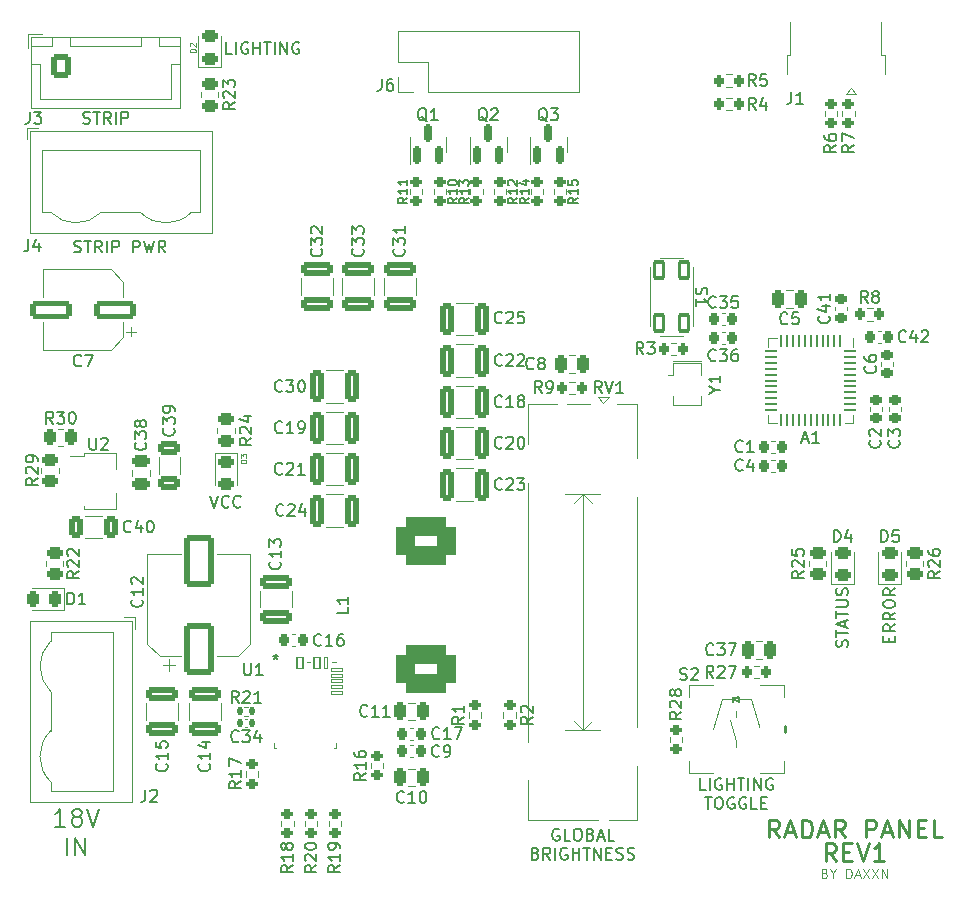
<source format=gto>
G04 #@! TF.GenerationSoftware,KiCad,Pcbnew,(6.0.9)*
G04 #@! TF.CreationDate,2023-01-29T21:25:14-08:00*
G04 #@! TF.ProjectId,RadarPanelController,52616461-7250-4616-9e65-6c436f6e7472,REV1*
G04 #@! TF.SameCoordinates,Original*
G04 #@! TF.FileFunction,Legend,Top*
G04 #@! TF.FilePolarity,Positive*
%FSLAX46Y46*%
G04 Gerber Fmt 4.6, Leading zero omitted, Abs format (unit mm)*
G04 Created by KiCad (PCBNEW (6.0.9)) date 2023-01-29 21:25:14*
%MOMM*%
%LPD*%
G01*
G04 APERTURE LIST*
G04 Aperture macros list*
%AMRoundRect*
0 Rectangle with rounded corners*
0 $1 Rounding radius*
0 $2 $3 $4 $5 $6 $7 $8 $9 X,Y pos of 4 corners*
0 Add a 4 corners polygon primitive as box body*
4,1,4,$2,$3,$4,$5,$6,$7,$8,$9,$2,$3,0*
0 Add four circle primitives for the rounded corners*
1,1,$1+$1,$2,$3*
1,1,$1+$1,$4,$5*
1,1,$1+$1,$6,$7*
1,1,$1+$1,$8,$9*
0 Add four rect primitives between the rounded corners*
20,1,$1+$1,$2,$3,$4,$5,0*
20,1,$1+$1,$4,$5,$6,$7,0*
20,1,$1+$1,$6,$7,$8,$9,0*
20,1,$1+$1,$8,$9,$2,$3,0*%
%AMFreePoly0*
4,1,21,2.125000,-3.300000,1.400000,-3.300000,1.400000,-2.775000,0.000000,-2.775000,0.000000,-2.225000,0.520000,-2.225000,0.520000,-1.525000,0.000000,-1.525000,0.000000,-0.975000,0.520000,-0.975000,0.520000,-0.275000,0.000000,-0.275000,0.000000,-0.000500,-0.000500,-0.000500,-0.000500,0.000500,0.000000,0.000500,0.000000,0.275000,1.725000,0.275000,1.725000,1.235000,2.125000,1.235000,
2.125000,-3.300000,2.125000,-3.300000,$1*%
%AMFreePoly1*
4,1,9,3.862500,-0.866500,0.737500,-0.866500,0.737500,-0.450000,-0.737500,-0.450000,-0.737500,0.450000,0.737500,0.450000,0.737500,0.866500,3.862500,0.866500,3.862500,-0.866500,3.862500,-0.866500,$1*%
G04 Aperture macros list end*
%ADD10C,0.150000*%
%ADD11C,0.250000*%
%ADD12C,0.100000*%
%ADD13C,0.200000*%
%ADD14C,0.125000*%
%ADD15C,0.120000*%
%ADD16C,0.254000*%
%ADD17RoundRect,0.200000X-0.275000X0.200000X-0.275000X-0.200000X0.275000X-0.200000X0.275000X0.200000X0*%
%ADD18RoundRect,0.250000X1.100000X-0.325000X1.100000X0.325000X-1.100000X0.325000X-1.100000X-0.325000X0*%
%ADD19RoundRect,0.200000X0.275000X-0.200000X0.275000X0.200000X-0.275000X0.200000X-0.275000X-0.200000X0*%
%ADD20RoundRect,0.225000X-0.225000X-0.250000X0.225000X-0.250000X0.225000X0.250000X-0.225000X0.250000X0*%
%ADD21RoundRect,0.225000X0.225000X0.250000X-0.225000X0.250000X-0.225000X-0.250000X0.225000X-0.250000X0*%
%ADD22RoundRect,0.150000X0.150000X-0.587500X0.150000X0.587500X-0.150000X0.587500X-0.150000X-0.587500X0*%
%ADD23RoundRect,0.250000X-0.325000X-1.100000X0.325000X-1.100000X0.325000X1.100000X-0.325000X1.100000X0*%
%ADD24RoundRect,0.250000X1.000000X-1.950000X1.000000X1.950000X-1.000000X1.950000X-1.000000X-1.950000X0*%
%ADD25RoundRect,0.250000X-0.325000X-0.650000X0.325000X-0.650000X0.325000X0.650000X-0.325000X0.650000X0*%
%ADD26RoundRect,0.250000X0.450000X-0.262500X0.450000X0.262500X-0.450000X0.262500X-0.450000X-0.262500X0*%
%ADD27RoundRect,0.250000X0.250000X0.475000X-0.250000X0.475000X-0.250000X-0.475000X0.250000X-0.475000X0*%
%ADD28RoundRect,0.243750X0.456250X-0.243750X0.456250X0.243750X-0.456250X0.243750X-0.456250X-0.243750X0*%
%ADD29RoundRect,0.140000X0.140000X0.170000X-0.140000X0.170000X-0.140000X-0.170000X0.140000X-0.170000X0*%
%ADD30RoundRect,0.250000X-0.600000X-0.725000X0.600000X-0.725000X0.600000X0.725000X-0.600000X0.725000X0*%
%ADD31O,1.700000X1.950000*%
%ADD32RoundRect,0.225000X0.250000X-0.225000X0.250000X0.225000X-0.250000X0.225000X-0.250000X-0.225000X0*%
%ADD33RoundRect,0.250000X0.475000X-0.250000X0.475000X0.250000X-0.475000X0.250000X-0.475000X-0.250000X0*%
%ADD34RoundRect,0.250000X0.325000X1.100000X-0.325000X1.100000X-0.325000X-1.100000X0.325000X-1.100000X0*%
%ADD35R,1.700000X1.700000*%
%ADD36O,1.700000X1.700000*%
%ADD37C,0.800000*%
%ADD38C,6.400000*%
%ADD39FreePoly0,0.000000*%
%ADD40R,0.920000X0.300000*%
%ADD41R,0.300000X0.920000*%
%ADD42R,0.920000X0.350000*%
%ADD43RoundRect,0.035000X-0.465000X-0.140000X0.465000X-0.140000X0.465000X0.140000X-0.465000X0.140000X0*%
%ADD44RoundRect,0.060000X0.140000X-0.490000X0.140000X0.490000X-0.140000X0.490000X-0.140000X-0.490000X0*%
%ADD45RoundRect,0.060000X0.240000X-0.490000X0.240000X0.490000X-0.240000X0.490000X-0.240000X-0.490000X0*%
%ADD46RoundRect,0.250000X-0.250000X-0.475000X0.250000X-0.475000X0.250000X0.475000X-0.250000X0.475000X0*%
%ADD47RoundRect,0.250000X1.500000X0.550000X-1.500000X0.550000X-1.500000X-0.550000X1.500000X-0.550000X0*%
%ADD48RoundRect,0.250000X-0.450000X0.262500X-0.450000X-0.262500X0.450000X-0.262500X0.450000X0.262500X0*%
%ADD49RoundRect,0.200000X0.200000X0.275000X-0.200000X0.275000X-0.200000X-0.275000X0.200000X-0.275000X0*%
%ADD50R,1.750000X1.750000*%
%ADD51C,1.750000*%
%ADD52C,2.700000*%
%ADD53RoundRect,0.250000X-1.100000X0.325000X-1.100000X-0.325000X1.100000X-0.325000X1.100000X0.325000X0*%
%ADD54RoundRect,0.250000X0.650000X-0.325000X0.650000X0.325000X-0.650000X0.325000X-0.650000X-0.325000X0*%
%ADD55RoundRect,0.200000X-0.200000X-0.275000X0.200000X-0.275000X0.200000X0.275000X-0.200000X0.275000X0*%
%ADD56RoundRect,0.800000X1.700000X-1.200000X1.700000X1.200000X-1.700000X1.200000X-1.700000X-1.200000X0*%
%ADD57C,1.850000*%
%ADD58RoundRect,0.243750X0.243750X0.456250X-0.243750X0.456250X-0.243750X-0.456250X0.243750X-0.456250X0*%
%ADD59RoundRect,0.250000X0.262500X0.450000X-0.262500X0.450000X-0.262500X-0.450000X0.262500X-0.450000X0*%
%ADD60R,1.300000X0.900000*%
%ADD61FreePoly1,0.000000*%
%ADD62RoundRect,0.165000X0.385000X-0.710000X0.385000X0.710000X-0.385000X0.710000X-0.385000X-0.710000X0*%
%ADD63R,2.540000X2.540000*%
%ADD64C,2.540000*%
%ADD65RoundRect,0.243750X-0.456250X0.243750X-0.456250X-0.243750X0.456250X-0.243750X0.456250X0.243750X0*%
%ADD66RoundRect,0.135000X-0.135000X-0.185000X0.135000X-0.185000X0.135000X0.185000X-0.135000X0.185000X0*%
%ADD67RoundRect,0.062500X-0.062500X0.475000X-0.062500X-0.475000X0.062500X-0.475000X0.062500X0.475000X0*%
%ADD68RoundRect,0.062500X-0.475000X0.062500X-0.475000X-0.062500X0.475000X-0.062500X0.475000X0.062500X0*%
%ADD69R,5.200000X5.200000*%
%ADD70R,0.400000X1.650000*%
%ADD71R,2.000000X1.500000*%
%ADD72R,1.350000X2.000000*%
%ADD73R,1.825000X0.700000*%
%ADD74R,1.430000X2.500000*%
%ADD75O,1.350000X1.700000*%
%ADD76O,1.100000X1.500000*%
%ADD77R,1.900000X0.400000*%
G04 APERTURE END LIST*
D10*
X34942857Y-49604761D02*
X35085714Y-49652380D01*
X35323809Y-49652380D01*
X35419047Y-49604761D01*
X35466666Y-49557142D01*
X35514285Y-49461904D01*
X35514285Y-49366666D01*
X35466666Y-49271428D01*
X35419047Y-49223809D01*
X35323809Y-49176190D01*
X35133333Y-49128571D01*
X35038095Y-49080952D01*
X34990476Y-49033333D01*
X34942857Y-48938095D01*
X34942857Y-48842857D01*
X34990476Y-48747619D01*
X35038095Y-48700000D01*
X35133333Y-48652380D01*
X35371428Y-48652380D01*
X35514285Y-48700000D01*
X35800000Y-48652380D02*
X36371428Y-48652380D01*
X36085714Y-49652380D02*
X36085714Y-48652380D01*
X37276190Y-49652380D02*
X36942857Y-49176190D01*
X36704761Y-49652380D02*
X36704761Y-48652380D01*
X37085714Y-48652380D01*
X37180952Y-48700000D01*
X37228571Y-48747619D01*
X37276190Y-48842857D01*
X37276190Y-48985714D01*
X37228571Y-49080952D01*
X37180952Y-49128571D01*
X37085714Y-49176190D01*
X36704761Y-49176190D01*
X37704761Y-49652380D02*
X37704761Y-48652380D01*
X38180952Y-49652380D02*
X38180952Y-48652380D01*
X38561904Y-48652380D01*
X38657142Y-48700000D01*
X38704761Y-48747619D01*
X38752380Y-48842857D01*
X38752380Y-48985714D01*
X38704761Y-49080952D01*
X38657142Y-49128571D01*
X38561904Y-49176190D01*
X38180952Y-49176190D01*
X39942857Y-49652380D02*
X39942857Y-48652380D01*
X40323809Y-48652380D01*
X40419047Y-48700000D01*
X40466666Y-48747619D01*
X40514285Y-48842857D01*
X40514285Y-48985714D01*
X40466666Y-49080952D01*
X40419047Y-49128571D01*
X40323809Y-49176190D01*
X39942857Y-49176190D01*
X40847619Y-48652380D02*
X41085714Y-49652380D01*
X41276190Y-48938095D01*
X41466666Y-49652380D01*
X41704761Y-48652380D01*
X42657142Y-49652380D02*
X42323809Y-49176190D01*
X42085714Y-49652380D02*
X42085714Y-48652380D01*
X42466666Y-48652380D01*
X42561904Y-48700000D01*
X42609523Y-48747619D01*
X42657142Y-48842857D01*
X42657142Y-48985714D01*
X42609523Y-49080952D01*
X42561904Y-49128571D01*
X42466666Y-49176190D01*
X42085714Y-49176190D01*
D11*
X94642857Y-99178571D02*
X94142857Y-98464285D01*
X93785714Y-99178571D02*
X93785714Y-97678571D01*
X94357142Y-97678571D01*
X94500000Y-97750000D01*
X94571428Y-97821428D01*
X94642857Y-97964285D01*
X94642857Y-98178571D01*
X94571428Y-98321428D01*
X94500000Y-98392857D01*
X94357142Y-98464285D01*
X93785714Y-98464285D01*
X95214285Y-98750000D02*
X95928571Y-98750000D01*
X95071428Y-99178571D02*
X95571428Y-97678571D01*
X96071428Y-99178571D01*
X96571428Y-99178571D02*
X96571428Y-97678571D01*
X96928571Y-97678571D01*
X97142857Y-97750000D01*
X97285714Y-97892857D01*
X97357142Y-98035714D01*
X97428571Y-98321428D01*
X97428571Y-98535714D01*
X97357142Y-98821428D01*
X97285714Y-98964285D01*
X97142857Y-99107142D01*
X96928571Y-99178571D01*
X96571428Y-99178571D01*
X98000000Y-98750000D02*
X98714285Y-98750000D01*
X97857142Y-99178571D02*
X98357142Y-97678571D01*
X98857142Y-99178571D01*
X100214285Y-99178571D02*
X99714285Y-98464285D01*
X99357142Y-99178571D02*
X99357142Y-97678571D01*
X99928571Y-97678571D01*
X100071428Y-97750000D01*
X100142857Y-97821428D01*
X100214285Y-97964285D01*
X100214285Y-98178571D01*
X100142857Y-98321428D01*
X100071428Y-98392857D01*
X99928571Y-98464285D01*
X99357142Y-98464285D01*
X102000000Y-99178571D02*
X102000000Y-97678571D01*
X102571428Y-97678571D01*
X102714285Y-97750000D01*
X102785714Y-97821428D01*
X102857142Y-97964285D01*
X102857142Y-98178571D01*
X102785714Y-98321428D01*
X102714285Y-98392857D01*
X102571428Y-98464285D01*
X102000000Y-98464285D01*
X103428571Y-98750000D02*
X104142857Y-98750000D01*
X103285714Y-99178571D02*
X103785714Y-97678571D01*
X104285714Y-99178571D01*
X104785714Y-99178571D02*
X104785714Y-97678571D01*
X105642857Y-99178571D01*
X105642857Y-97678571D01*
X106357142Y-98392857D02*
X106857142Y-98392857D01*
X107071428Y-99178571D02*
X106357142Y-99178571D01*
X106357142Y-97678571D01*
X107071428Y-97678571D01*
X108428571Y-99178571D02*
X107714285Y-99178571D01*
X107714285Y-97678571D01*
X99428571Y-101178571D02*
X98928571Y-100464285D01*
X98571428Y-101178571D02*
X98571428Y-99678571D01*
X99142857Y-99678571D01*
X99285714Y-99750000D01*
X99357142Y-99821428D01*
X99428571Y-99964285D01*
X99428571Y-100178571D01*
X99357142Y-100321428D01*
X99285714Y-100392857D01*
X99142857Y-100464285D01*
X98571428Y-100464285D01*
X100071428Y-100392857D02*
X100571428Y-100392857D01*
X100785714Y-101178571D02*
X100071428Y-101178571D01*
X100071428Y-99678571D01*
X100785714Y-99678571D01*
X101214285Y-99678571D02*
X101714285Y-101178571D01*
X102214285Y-99678571D01*
X103500000Y-101178571D02*
X102642857Y-101178571D01*
X103071428Y-101178571D02*
X103071428Y-99678571D01*
X102928571Y-99892857D01*
X102785714Y-100035714D01*
X102642857Y-100107142D01*
D10*
X100404761Y-83040357D02*
X100452380Y-82897500D01*
X100452380Y-82659404D01*
X100404761Y-82564166D01*
X100357142Y-82516547D01*
X100261904Y-82468928D01*
X100166666Y-82468928D01*
X100071428Y-82516547D01*
X100023809Y-82564166D01*
X99976190Y-82659404D01*
X99928571Y-82849880D01*
X99880952Y-82945119D01*
X99833333Y-82992738D01*
X99738095Y-83040357D01*
X99642857Y-83040357D01*
X99547619Y-82992738D01*
X99500000Y-82945119D01*
X99452380Y-82849880D01*
X99452380Y-82611785D01*
X99500000Y-82468928D01*
X99452380Y-82183214D02*
X99452380Y-81611785D01*
X100452380Y-81897500D02*
X99452380Y-81897500D01*
X100166666Y-81326071D02*
X100166666Y-80849880D01*
X100452380Y-81421309D02*
X99452380Y-81087976D01*
X100452380Y-80754642D01*
X99452380Y-80564166D02*
X99452380Y-79992738D01*
X100452380Y-80278452D02*
X99452380Y-80278452D01*
X99452380Y-79659404D02*
X100261904Y-79659404D01*
X100357142Y-79611785D01*
X100404761Y-79564166D01*
X100452380Y-79468928D01*
X100452380Y-79278452D01*
X100404761Y-79183214D01*
X100357142Y-79135595D01*
X100261904Y-79087976D01*
X99452380Y-79087976D01*
X100404761Y-78659404D02*
X100452380Y-78516547D01*
X100452380Y-78278452D01*
X100404761Y-78183214D01*
X100357142Y-78135595D01*
X100261904Y-78087976D01*
X100166666Y-78087976D01*
X100071428Y-78135595D01*
X100023809Y-78183214D01*
X99976190Y-78278452D01*
X99928571Y-78468928D01*
X99880952Y-78564166D01*
X99833333Y-78611785D01*
X99738095Y-78659404D01*
X99642857Y-78659404D01*
X99547619Y-78611785D01*
X99500000Y-78564166D01*
X99452380Y-78468928D01*
X99452380Y-78230833D01*
X99500000Y-78087976D01*
X76000000Y-98495000D02*
X75904761Y-98447380D01*
X75761904Y-98447380D01*
X75619047Y-98495000D01*
X75523809Y-98590238D01*
X75476190Y-98685476D01*
X75428571Y-98875952D01*
X75428571Y-99018809D01*
X75476190Y-99209285D01*
X75523809Y-99304523D01*
X75619047Y-99399761D01*
X75761904Y-99447380D01*
X75857142Y-99447380D01*
X76000000Y-99399761D01*
X76047619Y-99352142D01*
X76047619Y-99018809D01*
X75857142Y-99018809D01*
X76952380Y-99447380D02*
X76476190Y-99447380D01*
X76476190Y-98447380D01*
X77476190Y-98447380D02*
X77666666Y-98447380D01*
X77761904Y-98495000D01*
X77857142Y-98590238D01*
X77904761Y-98780714D01*
X77904761Y-99114047D01*
X77857142Y-99304523D01*
X77761904Y-99399761D01*
X77666666Y-99447380D01*
X77476190Y-99447380D01*
X77380952Y-99399761D01*
X77285714Y-99304523D01*
X77238095Y-99114047D01*
X77238095Y-98780714D01*
X77285714Y-98590238D01*
X77380952Y-98495000D01*
X77476190Y-98447380D01*
X78666666Y-98923571D02*
X78809523Y-98971190D01*
X78857142Y-99018809D01*
X78904761Y-99114047D01*
X78904761Y-99256904D01*
X78857142Y-99352142D01*
X78809523Y-99399761D01*
X78714285Y-99447380D01*
X78333333Y-99447380D01*
X78333333Y-98447380D01*
X78666666Y-98447380D01*
X78761904Y-98495000D01*
X78809523Y-98542619D01*
X78857142Y-98637857D01*
X78857142Y-98733095D01*
X78809523Y-98828333D01*
X78761904Y-98875952D01*
X78666666Y-98923571D01*
X78333333Y-98923571D01*
X79285714Y-99161666D02*
X79761904Y-99161666D01*
X79190476Y-99447380D02*
X79523809Y-98447380D01*
X79857142Y-99447380D01*
X80666666Y-99447380D02*
X80190476Y-99447380D01*
X80190476Y-98447380D01*
X74000000Y-100533571D02*
X74142857Y-100581190D01*
X74190476Y-100628809D01*
X74238095Y-100724047D01*
X74238095Y-100866904D01*
X74190476Y-100962142D01*
X74142857Y-101009761D01*
X74047619Y-101057380D01*
X73666666Y-101057380D01*
X73666666Y-100057380D01*
X74000000Y-100057380D01*
X74095238Y-100105000D01*
X74142857Y-100152619D01*
X74190476Y-100247857D01*
X74190476Y-100343095D01*
X74142857Y-100438333D01*
X74095238Y-100485952D01*
X74000000Y-100533571D01*
X73666666Y-100533571D01*
X75238095Y-101057380D02*
X74904761Y-100581190D01*
X74666666Y-101057380D02*
X74666666Y-100057380D01*
X75047619Y-100057380D01*
X75142857Y-100105000D01*
X75190476Y-100152619D01*
X75238095Y-100247857D01*
X75238095Y-100390714D01*
X75190476Y-100485952D01*
X75142857Y-100533571D01*
X75047619Y-100581190D01*
X74666666Y-100581190D01*
X75666666Y-101057380D02*
X75666666Y-100057380D01*
X76666666Y-100105000D02*
X76571428Y-100057380D01*
X76428571Y-100057380D01*
X76285714Y-100105000D01*
X76190476Y-100200238D01*
X76142857Y-100295476D01*
X76095238Y-100485952D01*
X76095238Y-100628809D01*
X76142857Y-100819285D01*
X76190476Y-100914523D01*
X76285714Y-101009761D01*
X76428571Y-101057380D01*
X76523809Y-101057380D01*
X76666666Y-101009761D01*
X76714285Y-100962142D01*
X76714285Y-100628809D01*
X76523809Y-100628809D01*
X77142857Y-101057380D02*
X77142857Y-100057380D01*
X77142857Y-100533571D02*
X77714285Y-100533571D01*
X77714285Y-101057380D02*
X77714285Y-100057380D01*
X78047619Y-100057380D02*
X78619047Y-100057380D01*
X78333333Y-101057380D02*
X78333333Y-100057380D01*
X78952380Y-101057380D02*
X78952380Y-100057380D01*
X79523809Y-101057380D01*
X79523809Y-100057380D01*
X80000000Y-100533571D02*
X80333333Y-100533571D01*
X80476190Y-101057380D02*
X80000000Y-101057380D01*
X80000000Y-100057380D01*
X80476190Y-100057380D01*
X80857142Y-101009761D02*
X81000000Y-101057380D01*
X81238095Y-101057380D01*
X81333333Y-101009761D01*
X81380952Y-100962142D01*
X81428571Y-100866904D01*
X81428571Y-100771666D01*
X81380952Y-100676428D01*
X81333333Y-100628809D01*
X81238095Y-100581190D01*
X81047619Y-100533571D01*
X80952380Y-100485952D01*
X80904761Y-100438333D01*
X80857142Y-100343095D01*
X80857142Y-100247857D01*
X80904761Y-100152619D01*
X80952380Y-100105000D01*
X81047619Y-100057380D01*
X81285714Y-100057380D01*
X81428571Y-100105000D01*
X81809523Y-101009761D02*
X81952380Y-101057380D01*
X82190476Y-101057380D01*
X82285714Y-101009761D01*
X82333333Y-100962142D01*
X82380952Y-100866904D01*
X82380952Y-100771666D01*
X82333333Y-100676428D01*
X82285714Y-100628809D01*
X82190476Y-100581190D01*
X82000000Y-100533571D01*
X81904761Y-100485952D01*
X81857142Y-100438333D01*
X81809523Y-100343095D01*
X81809523Y-100247857D01*
X81857142Y-100152619D01*
X81904761Y-100105000D01*
X82000000Y-100057380D01*
X82238095Y-100057380D01*
X82380952Y-100105000D01*
D12*
X98485714Y-102192857D02*
X98600000Y-102230952D01*
X98638095Y-102269047D01*
X98676190Y-102345238D01*
X98676190Y-102459523D01*
X98638095Y-102535714D01*
X98600000Y-102573809D01*
X98523809Y-102611904D01*
X98219047Y-102611904D01*
X98219047Y-101811904D01*
X98485714Y-101811904D01*
X98561904Y-101850000D01*
X98600000Y-101888095D01*
X98638095Y-101964285D01*
X98638095Y-102040476D01*
X98600000Y-102116666D01*
X98561904Y-102154761D01*
X98485714Y-102192857D01*
X98219047Y-102192857D01*
X99171428Y-102230952D02*
X99171428Y-102611904D01*
X98904761Y-101811904D02*
X99171428Y-102230952D01*
X99438095Y-101811904D01*
X100314285Y-102611904D02*
X100314285Y-101811904D01*
X100504761Y-101811904D01*
X100619047Y-101850000D01*
X100695238Y-101926190D01*
X100733333Y-102002380D01*
X100771428Y-102154761D01*
X100771428Y-102269047D01*
X100733333Y-102421428D01*
X100695238Y-102497619D01*
X100619047Y-102573809D01*
X100504761Y-102611904D01*
X100314285Y-102611904D01*
X101076190Y-102383333D02*
X101457142Y-102383333D01*
X101000000Y-102611904D02*
X101266666Y-101811904D01*
X101533333Y-102611904D01*
X101723809Y-101811904D02*
X102257142Y-102611904D01*
X102257142Y-101811904D02*
X101723809Y-102611904D01*
X102485714Y-101811904D02*
X103019047Y-102611904D01*
X103019047Y-101811904D02*
X102485714Y-102611904D01*
X103323809Y-102611904D02*
X103323809Y-101811904D01*
X103780952Y-102611904D01*
X103780952Y-101811904D01*
D10*
X48304761Y-32852380D02*
X47828571Y-32852380D01*
X47828571Y-31852380D01*
X48638095Y-32852380D02*
X48638095Y-31852380D01*
X49638095Y-31900000D02*
X49542857Y-31852380D01*
X49400000Y-31852380D01*
X49257142Y-31900000D01*
X49161904Y-31995238D01*
X49114285Y-32090476D01*
X49066666Y-32280952D01*
X49066666Y-32423809D01*
X49114285Y-32614285D01*
X49161904Y-32709523D01*
X49257142Y-32804761D01*
X49400000Y-32852380D01*
X49495238Y-32852380D01*
X49638095Y-32804761D01*
X49685714Y-32757142D01*
X49685714Y-32423809D01*
X49495238Y-32423809D01*
X50114285Y-32852380D02*
X50114285Y-31852380D01*
X50114285Y-32328571D02*
X50685714Y-32328571D01*
X50685714Y-32852380D02*
X50685714Y-31852380D01*
X51019047Y-31852380D02*
X51590476Y-31852380D01*
X51304761Y-32852380D02*
X51304761Y-31852380D01*
X51923809Y-32852380D02*
X51923809Y-31852380D01*
X52400000Y-32852380D02*
X52400000Y-31852380D01*
X52971428Y-32852380D01*
X52971428Y-31852380D01*
X53971428Y-31900000D02*
X53876190Y-31852380D01*
X53733333Y-31852380D01*
X53590476Y-31900000D01*
X53495238Y-31995238D01*
X53447619Y-32090476D01*
X53400000Y-32280952D01*
X53400000Y-32423809D01*
X53447619Y-32614285D01*
X53495238Y-32709523D01*
X53590476Y-32804761D01*
X53733333Y-32852380D01*
X53828571Y-32852380D01*
X53971428Y-32804761D01*
X54019047Y-32757142D01*
X54019047Y-32423809D01*
X53828571Y-32423809D01*
X103928571Y-82611785D02*
X103928571Y-82278452D01*
X104452380Y-82135595D02*
X104452380Y-82611785D01*
X103452380Y-82611785D01*
X103452380Y-82135595D01*
X104452380Y-81135595D02*
X103976190Y-81468928D01*
X104452380Y-81707023D02*
X103452380Y-81707023D01*
X103452380Y-81326071D01*
X103500000Y-81230833D01*
X103547619Y-81183214D01*
X103642857Y-81135595D01*
X103785714Y-81135595D01*
X103880952Y-81183214D01*
X103928571Y-81230833D01*
X103976190Y-81326071D01*
X103976190Y-81707023D01*
X104452380Y-80135595D02*
X103976190Y-80468928D01*
X104452380Y-80707023D02*
X103452380Y-80707023D01*
X103452380Y-80326071D01*
X103500000Y-80230833D01*
X103547619Y-80183214D01*
X103642857Y-80135595D01*
X103785714Y-80135595D01*
X103880952Y-80183214D01*
X103928571Y-80230833D01*
X103976190Y-80326071D01*
X103976190Y-80707023D01*
X103452380Y-79516547D02*
X103452380Y-79326071D01*
X103500000Y-79230833D01*
X103595238Y-79135595D01*
X103785714Y-79087976D01*
X104119047Y-79087976D01*
X104309523Y-79135595D01*
X104404761Y-79230833D01*
X104452380Y-79326071D01*
X104452380Y-79516547D01*
X104404761Y-79611785D01*
X104309523Y-79707023D01*
X104119047Y-79754642D01*
X103785714Y-79754642D01*
X103595238Y-79707023D01*
X103500000Y-79611785D01*
X103452380Y-79516547D01*
X104452380Y-78087976D02*
X103976190Y-78421309D01*
X104452380Y-78659404D02*
X103452380Y-78659404D01*
X103452380Y-78278452D01*
X103500000Y-78183214D01*
X103547619Y-78135595D01*
X103642857Y-78087976D01*
X103785714Y-78087976D01*
X103880952Y-78135595D01*
X103928571Y-78183214D01*
X103976190Y-78278452D01*
X103976190Y-78659404D01*
X35695238Y-38704761D02*
X35838095Y-38752380D01*
X36076190Y-38752380D01*
X36171428Y-38704761D01*
X36219047Y-38657142D01*
X36266666Y-38561904D01*
X36266666Y-38466666D01*
X36219047Y-38371428D01*
X36171428Y-38323809D01*
X36076190Y-38276190D01*
X35885714Y-38228571D01*
X35790476Y-38180952D01*
X35742857Y-38133333D01*
X35695238Y-38038095D01*
X35695238Y-37942857D01*
X35742857Y-37847619D01*
X35790476Y-37800000D01*
X35885714Y-37752380D01*
X36123809Y-37752380D01*
X36266666Y-37800000D01*
X36552380Y-37752380D02*
X37123809Y-37752380D01*
X36838095Y-38752380D02*
X36838095Y-37752380D01*
X38028571Y-38752380D02*
X37695238Y-38276190D01*
X37457142Y-38752380D02*
X37457142Y-37752380D01*
X37838095Y-37752380D01*
X37933333Y-37800000D01*
X37980952Y-37847619D01*
X38028571Y-37942857D01*
X38028571Y-38085714D01*
X37980952Y-38180952D01*
X37933333Y-38228571D01*
X37838095Y-38276190D01*
X37457142Y-38276190D01*
X38457142Y-38752380D02*
X38457142Y-37752380D01*
X38933333Y-38752380D02*
X38933333Y-37752380D01*
X39314285Y-37752380D01*
X39409523Y-37800000D01*
X39457142Y-37847619D01*
X39504761Y-37942857D01*
X39504761Y-38085714D01*
X39457142Y-38180952D01*
X39409523Y-38228571D01*
X39314285Y-38276190D01*
X38933333Y-38276190D01*
D13*
X34171428Y-98271071D02*
X33314285Y-98271071D01*
X33742857Y-98271071D02*
X33742857Y-96771071D01*
X33600000Y-96985357D01*
X33457142Y-97128214D01*
X33314285Y-97199642D01*
X35028571Y-97413928D02*
X34885714Y-97342500D01*
X34814285Y-97271071D01*
X34742857Y-97128214D01*
X34742857Y-97056785D01*
X34814285Y-96913928D01*
X34885714Y-96842500D01*
X35028571Y-96771071D01*
X35314285Y-96771071D01*
X35457142Y-96842500D01*
X35528571Y-96913928D01*
X35600000Y-97056785D01*
X35600000Y-97128214D01*
X35528571Y-97271071D01*
X35457142Y-97342500D01*
X35314285Y-97413928D01*
X35028571Y-97413928D01*
X34885714Y-97485357D01*
X34814285Y-97556785D01*
X34742857Y-97699642D01*
X34742857Y-97985357D01*
X34814285Y-98128214D01*
X34885714Y-98199642D01*
X35028571Y-98271071D01*
X35314285Y-98271071D01*
X35457142Y-98199642D01*
X35528571Y-98128214D01*
X35600000Y-97985357D01*
X35600000Y-97699642D01*
X35528571Y-97556785D01*
X35457142Y-97485357D01*
X35314285Y-97413928D01*
X36028571Y-96771071D02*
X36528571Y-98271071D01*
X37028571Y-96771071D01*
X34314285Y-100686071D02*
X34314285Y-99186071D01*
X35028571Y-100686071D02*
X35028571Y-99186071D01*
X35885714Y-100686071D01*
X35885714Y-99186071D01*
D10*
X88404761Y-95147380D02*
X87928571Y-95147380D01*
X87928571Y-94147380D01*
X88738095Y-95147380D02*
X88738095Y-94147380D01*
X89738095Y-94195000D02*
X89642857Y-94147380D01*
X89500000Y-94147380D01*
X89357142Y-94195000D01*
X89261904Y-94290238D01*
X89214285Y-94385476D01*
X89166666Y-94575952D01*
X89166666Y-94718809D01*
X89214285Y-94909285D01*
X89261904Y-95004523D01*
X89357142Y-95099761D01*
X89500000Y-95147380D01*
X89595238Y-95147380D01*
X89738095Y-95099761D01*
X89785714Y-95052142D01*
X89785714Y-94718809D01*
X89595238Y-94718809D01*
X90214285Y-95147380D02*
X90214285Y-94147380D01*
X90214285Y-94623571D02*
X90785714Y-94623571D01*
X90785714Y-95147380D02*
X90785714Y-94147380D01*
X91119047Y-94147380D02*
X91690476Y-94147380D01*
X91404761Y-95147380D02*
X91404761Y-94147380D01*
X92023809Y-95147380D02*
X92023809Y-94147380D01*
X92500000Y-95147380D02*
X92500000Y-94147380D01*
X93071428Y-95147380D01*
X93071428Y-94147380D01*
X94071428Y-94195000D02*
X93976190Y-94147380D01*
X93833333Y-94147380D01*
X93690476Y-94195000D01*
X93595238Y-94290238D01*
X93547619Y-94385476D01*
X93500000Y-94575952D01*
X93500000Y-94718809D01*
X93547619Y-94909285D01*
X93595238Y-95004523D01*
X93690476Y-95099761D01*
X93833333Y-95147380D01*
X93928571Y-95147380D01*
X94071428Y-95099761D01*
X94119047Y-95052142D01*
X94119047Y-94718809D01*
X93928571Y-94718809D01*
X88333333Y-95757380D02*
X88904761Y-95757380D01*
X88619047Y-96757380D02*
X88619047Y-95757380D01*
X89428571Y-95757380D02*
X89619047Y-95757380D01*
X89714285Y-95805000D01*
X89809523Y-95900238D01*
X89857142Y-96090714D01*
X89857142Y-96424047D01*
X89809523Y-96614523D01*
X89714285Y-96709761D01*
X89619047Y-96757380D01*
X89428571Y-96757380D01*
X89333333Y-96709761D01*
X89238095Y-96614523D01*
X89190476Y-96424047D01*
X89190476Y-96090714D01*
X89238095Y-95900238D01*
X89333333Y-95805000D01*
X89428571Y-95757380D01*
X90809523Y-95805000D02*
X90714285Y-95757380D01*
X90571428Y-95757380D01*
X90428571Y-95805000D01*
X90333333Y-95900238D01*
X90285714Y-95995476D01*
X90238095Y-96185952D01*
X90238095Y-96328809D01*
X90285714Y-96519285D01*
X90333333Y-96614523D01*
X90428571Y-96709761D01*
X90571428Y-96757380D01*
X90666666Y-96757380D01*
X90809523Y-96709761D01*
X90857142Y-96662142D01*
X90857142Y-96328809D01*
X90666666Y-96328809D01*
X91809523Y-95805000D02*
X91714285Y-95757380D01*
X91571428Y-95757380D01*
X91428571Y-95805000D01*
X91333333Y-95900238D01*
X91285714Y-95995476D01*
X91238095Y-96185952D01*
X91238095Y-96328809D01*
X91285714Y-96519285D01*
X91333333Y-96614523D01*
X91428571Y-96709761D01*
X91571428Y-96757380D01*
X91666666Y-96757380D01*
X91809523Y-96709761D01*
X91857142Y-96662142D01*
X91857142Y-96328809D01*
X91666666Y-96328809D01*
X92761904Y-96757380D02*
X92285714Y-96757380D01*
X92285714Y-95757380D01*
X93095238Y-96233571D02*
X93428571Y-96233571D01*
X93571428Y-96757380D02*
X93095238Y-96757380D01*
X93095238Y-95757380D01*
X93571428Y-95757380D01*
X46466666Y-70252380D02*
X46800000Y-71252380D01*
X47133333Y-70252380D01*
X48038095Y-71157142D02*
X47990476Y-71204761D01*
X47847619Y-71252380D01*
X47752380Y-71252380D01*
X47609523Y-71204761D01*
X47514285Y-71109523D01*
X47466666Y-71014285D01*
X47419047Y-70823809D01*
X47419047Y-70680952D01*
X47466666Y-70490476D01*
X47514285Y-70395238D01*
X47609523Y-70300000D01*
X47752380Y-70252380D01*
X47847619Y-70252380D01*
X47990476Y-70300000D01*
X48038095Y-70347619D01*
X49038095Y-71157142D02*
X48990476Y-71204761D01*
X48847619Y-71252380D01*
X48752380Y-71252380D01*
X48609523Y-71204761D01*
X48514285Y-71109523D01*
X48466666Y-71014285D01*
X48419047Y-70823809D01*
X48419047Y-70680952D01*
X48466666Y-70490476D01*
X48514285Y-70395238D01*
X48609523Y-70300000D01*
X48752380Y-70252380D01*
X48847619Y-70252380D01*
X48990476Y-70300000D01*
X49038095Y-70347619D01*
X86352380Y-88542857D02*
X85876190Y-88876190D01*
X86352380Y-89114285D02*
X85352380Y-89114285D01*
X85352380Y-88733333D01*
X85400000Y-88638095D01*
X85447619Y-88590476D01*
X85542857Y-88542857D01*
X85685714Y-88542857D01*
X85780952Y-88590476D01*
X85828571Y-88638095D01*
X85876190Y-88733333D01*
X85876190Y-89114285D01*
X85447619Y-88161904D02*
X85400000Y-88114285D01*
X85352380Y-88019047D01*
X85352380Y-87780952D01*
X85400000Y-87685714D01*
X85447619Y-87638095D01*
X85542857Y-87590476D01*
X85638095Y-87590476D01*
X85780952Y-87638095D01*
X86352380Y-88209523D01*
X86352380Y-87590476D01*
X85780952Y-87019047D02*
X85733333Y-87114285D01*
X85685714Y-87161904D01*
X85590476Y-87209523D01*
X85542857Y-87209523D01*
X85447619Y-87161904D01*
X85400000Y-87114285D01*
X85352380Y-87019047D01*
X85352380Y-86828571D01*
X85400000Y-86733333D01*
X85447619Y-86685714D01*
X85542857Y-86638095D01*
X85590476Y-86638095D01*
X85685714Y-86685714D01*
X85733333Y-86733333D01*
X85780952Y-86828571D01*
X85780952Y-87019047D01*
X85828571Y-87114285D01*
X85876190Y-87161904D01*
X85971428Y-87209523D01*
X86161904Y-87209523D01*
X86257142Y-87161904D01*
X86304761Y-87114285D01*
X86352380Y-87019047D01*
X86352380Y-86828571D01*
X86304761Y-86733333D01*
X86257142Y-86685714D01*
X86161904Y-86638095D01*
X85971428Y-86638095D01*
X85876190Y-86685714D01*
X85828571Y-86733333D01*
X85780952Y-86828571D01*
X59357142Y-49342857D02*
X59404761Y-49390476D01*
X59452380Y-49533333D01*
X59452380Y-49628571D01*
X59404761Y-49771428D01*
X59309523Y-49866666D01*
X59214285Y-49914285D01*
X59023809Y-49961904D01*
X58880952Y-49961904D01*
X58690476Y-49914285D01*
X58595238Y-49866666D01*
X58500000Y-49771428D01*
X58452380Y-49628571D01*
X58452380Y-49533333D01*
X58500000Y-49390476D01*
X58547619Y-49342857D01*
X58452380Y-49009523D02*
X58452380Y-48390476D01*
X58833333Y-48723809D01*
X58833333Y-48580952D01*
X58880952Y-48485714D01*
X58928571Y-48438095D01*
X59023809Y-48390476D01*
X59261904Y-48390476D01*
X59357142Y-48438095D01*
X59404761Y-48485714D01*
X59452380Y-48580952D01*
X59452380Y-48866666D01*
X59404761Y-48961904D01*
X59357142Y-49009523D01*
X58452380Y-48057142D02*
X58452380Y-47438095D01*
X58833333Y-47771428D01*
X58833333Y-47628571D01*
X58880952Y-47533333D01*
X58928571Y-47485714D01*
X59023809Y-47438095D01*
X59261904Y-47438095D01*
X59357142Y-47485714D01*
X59404761Y-47533333D01*
X59452380Y-47628571D01*
X59452380Y-47914285D01*
X59404761Y-48009523D01*
X59357142Y-48057142D01*
X57452380Y-101542857D02*
X56976190Y-101876190D01*
X57452380Y-102114285D02*
X56452380Y-102114285D01*
X56452380Y-101733333D01*
X56500000Y-101638095D01*
X56547619Y-101590476D01*
X56642857Y-101542857D01*
X56785714Y-101542857D01*
X56880952Y-101590476D01*
X56928571Y-101638095D01*
X56976190Y-101733333D01*
X56976190Y-102114285D01*
X57452380Y-100590476D02*
X57452380Y-101161904D01*
X57452380Y-100876190D02*
X56452380Y-100876190D01*
X56595238Y-100971428D01*
X56690476Y-101066666D01*
X56738095Y-101161904D01*
X57452380Y-100114285D02*
X57452380Y-99923809D01*
X57404761Y-99828571D01*
X57357142Y-99780952D01*
X57214285Y-99685714D01*
X57023809Y-99638095D01*
X56642857Y-99638095D01*
X56547619Y-99685714D01*
X56500000Y-99733333D01*
X56452380Y-99828571D01*
X56452380Y-100019047D01*
X56500000Y-100114285D01*
X56547619Y-100161904D01*
X56642857Y-100209523D01*
X56880952Y-100209523D01*
X56976190Y-100161904D01*
X57023809Y-100114285D01*
X57071428Y-100019047D01*
X57071428Y-99828571D01*
X57023809Y-99733333D01*
X56976190Y-99685714D01*
X56880952Y-99638095D01*
X105357142Y-57157142D02*
X105309523Y-57204761D01*
X105166666Y-57252380D01*
X105071428Y-57252380D01*
X104928571Y-57204761D01*
X104833333Y-57109523D01*
X104785714Y-57014285D01*
X104738095Y-56823809D01*
X104738095Y-56680952D01*
X104785714Y-56490476D01*
X104833333Y-56395238D01*
X104928571Y-56300000D01*
X105071428Y-56252380D01*
X105166666Y-56252380D01*
X105309523Y-56300000D01*
X105357142Y-56347619D01*
X106214285Y-56585714D02*
X106214285Y-57252380D01*
X105976190Y-56204761D02*
X105738095Y-56919047D01*
X106357142Y-56919047D01*
X106690476Y-56347619D02*
X106738095Y-56300000D01*
X106833333Y-56252380D01*
X107071428Y-56252380D01*
X107166666Y-56300000D01*
X107214285Y-56347619D01*
X107261904Y-56442857D01*
X107261904Y-56538095D01*
X107214285Y-56680952D01*
X106642857Y-57252380D01*
X107261904Y-57252380D01*
X89257142Y-54257142D02*
X89209523Y-54304761D01*
X89066666Y-54352380D01*
X88971428Y-54352380D01*
X88828571Y-54304761D01*
X88733333Y-54209523D01*
X88685714Y-54114285D01*
X88638095Y-53923809D01*
X88638095Y-53780952D01*
X88685714Y-53590476D01*
X88733333Y-53495238D01*
X88828571Y-53400000D01*
X88971428Y-53352380D01*
X89066666Y-53352380D01*
X89209523Y-53400000D01*
X89257142Y-53447619D01*
X89590476Y-53352380D02*
X90209523Y-53352380D01*
X89876190Y-53733333D01*
X90019047Y-53733333D01*
X90114285Y-53780952D01*
X90161904Y-53828571D01*
X90209523Y-53923809D01*
X90209523Y-54161904D01*
X90161904Y-54257142D01*
X90114285Y-54304761D01*
X90019047Y-54352380D01*
X89733333Y-54352380D01*
X89638095Y-54304761D01*
X89590476Y-54257142D01*
X91114285Y-53352380D02*
X90638095Y-53352380D01*
X90590476Y-53828571D01*
X90638095Y-53780952D01*
X90733333Y-53733333D01*
X90971428Y-53733333D01*
X91066666Y-53780952D01*
X91114285Y-53828571D01*
X91161904Y-53923809D01*
X91161904Y-54161904D01*
X91114285Y-54257142D01*
X91066666Y-54304761D01*
X90971428Y-54352380D01*
X90733333Y-54352380D01*
X90638095Y-54304761D01*
X90590476Y-54257142D01*
X49052380Y-94442857D02*
X48576190Y-94776190D01*
X49052380Y-95014285D02*
X48052380Y-95014285D01*
X48052380Y-94633333D01*
X48100000Y-94538095D01*
X48147619Y-94490476D01*
X48242857Y-94442857D01*
X48385714Y-94442857D01*
X48480952Y-94490476D01*
X48528571Y-94538095D01*
X48576190Y-94633333D01*
X48576190Y-95014285D01*
X49052380Y-93490476D02*
X49052380Y-94061904D01*
X49052380Y-93776190D02*
X48052380Y-93776190D01*
X48195238Y-93871428D01*
X48290476Y-93966666D01*
X48338095Y-94061904D01*
X48052380Y-93157142D02*
X48052380Y-92490476D01*
X49052380Y-92919047D01*
X64804761Y-38547619D02*
X64709523Y-38500000D01*
X64614285Y-38404761D01*
X64471428Y-38261904D01*
X64376190Y-38214285D01*
X64280952Y-38214285D01*
X64328571Y-38452380D02*
X64233333Y-38404761D01*
X64138095Y-38309523D01*
X64090476Y-38119047D01*
X64090476Y-37785714D01*
X64138095Y-37595238D01*
X64233333Y-37500000D01*
X64328571Y-37452380D01*
X64519047Y-37452380D01*
X64614285Y-37500000D01*
X64709523Y-37595238D01*
X64757142Y-37785714D01*
X64757142Y-38119047D01*
X64709523Y-38309523D01*
X64614285Y-38404761D01*
X64519047Y-38452380D01*
X64328571Y-38452380D01*
X65709523Y-38452380D02*
X65138095Y-38452380D01*
X65423809Y-38452380D02*
X65423809Y-37452380D01*
X65328571Y-37595238D01*
X65233333Y-37690476D01*
X65138095Y-37738095D01*
X71157142Y-55557142D02*
X71109523Y-55604761D01*
X70966666Y-55652380D01*
X70871428Y-55652380D01*
X70728571Y-55604761D01*
X70633333Y-55509523D01*
X70585714Y-55414285D01*
X70538095Y-55223809D01*
X70538095Y-55080952D01*
X70585714Y-54890476D01*
X70633333Y-54795238D01*
X70728571Y-54700000D01*
X70871428Y-54652380D01*
X70966666Y-54652380D01*
X71109523Y-54700000D01*
X71157142Y-54747619D01*
X71538095Y-54747619D02*
X71585714Y-54700000D01*
X71680952Y-54652380D01*
X71919047Y-54652380D01*
X72014285Y-54700000D01*
X72061904Y-54747619D01*
X72109523Y-54842857D01*
X72109523Y-54938095D01*
X72061904Y-55080952D01*
X71490476Y-55652380D01*
X72109523Y-55652380D01*
X73014285Y-54652380D02*
X72538095Y-54652380D01*
X72490476Y-55128571D01*
X72538095Y-55080952D01*
X72633333Y-55033333D01*
X72871428Y-55033333D01*
X72966666Y-55080952D01*
X73014285Y-55128571D01*
X73061904Y-55223809D01*
X73061904Y-55461904D01*
X73014285Y-55557142D01*
X72966666Y-55604761D01*
X72871428Y-55652380D01*
X72633333Y-55652380D01*
X72538095Y-55604761D01*
X72490476Y-55557142D01*
X55857142Y-49342857D02*
X55904761Y-49390476D01*
X55952380Y-49533333D01*
X55952380Y-49628571D01*
X55904761Y-49771428D01*
X55809523Y-49866666D01*
X55714285Y-49914285D01*
X55523809Y-49961904D01*
X55380952Y-49961904D01*
X55190476Y-49914285D01*
X55095238Y-49866666D01*
X55000000Y-49771428D01*
X54952380Y-49628571D01*
X54952380Y-49533333D01*
X55000000Y-49390476D01*
X55047619Y-49342857D01*
X54952380Y-49009523D02*
X54952380Y-48390476D01*
X55333333Y-48723809D01*
X55333333Y-48580952D01*
X55380952Y-48485714D01*
X55428571Y-48438095D01*
X55523809Y-48390476D01*
X55761904Y-48390476D01*
X55857142Y-48438095D01*
X55904761Y-48485714D01*
X55952380Y-48580952D01*
X55952380Y-48866666D01*
X55904761Y-48961904D01*
X55857142Y-49009523D01*
X55047619Y-48009523D02*
X55000000Y-47961904D01*
X54952380Y-47866666D01*
X54952380Y-47628571D01*
X55000000Y-47533333D01*
X55047619Y-47485714D01*
X55142857Y-47438095D01*
X55238095Y-47438095D01*
X55380952Y-47485714D01*
X55952380Y-48057142D01*
X55952380Y-47438095D01*
X40657142Y-79042857D02*
X40704761Y-79090476D01*
X40752380Y-79233333D01*
X40752380Y-79328571D01*
X40704761Y-79471428D01*
X40609523Y-79566666D01*
X40514285Y-79614285D01*
X40323809Y-79661904D01*
X40180952Y-79661904D01*
X39990476Y-79614285D01*
X39895238Y-79566666D01*
X39800000Y-79471428D01*
X39752380Y-79328571D01*
X39752380Y-79233333D01*
X39800000Y-79090476D01*
X39847619Y-79042857D01*
X40752380Y-78090476D02*
X40752380Y-78661904D01*
X40752380Y-78376190D02*
X39752380Y-78376190D01*
X39895238Y-78471428D01*
X39990476Y-78566666D01*
X40038095Y-78661904D01*
X39847619Y-77709523D02*
X39800000Y-77661904D01*
X39752380Y-77566666D01*
X39752380Y-77328571D01*
X39800000Y-77233333D01*
X39847619Y-77185714D01*
X39942857Y-77138095D01*
X40038095Y-77138095D01*
X40180952Y-77185714D01*
X40752380Y-77757142D01*
X40752380Y-77138095D01*
X39757142Y-73257142D02*
X39709523Y-73304761D01*
X39566666Y-73352380D01*
X39471428Y-73352380D01*
X39328571Y-73304761D01*
X39233333Y-73209523D01*
X39185714Y-73114285D01*
X39138095Y-72923809D01*
X39138095Y-72780952D01*
X39185714Y-72590476D01*
X39233333Y-72495238D01*
X39328571Y-72400000D01*
X39471428Y-72352380D01*
X39566666Y-72352380D01*
X39709523Y-72400000D01*
X39757142Y-72447619D01*
X40614285Y-72685714D02*
X40614285Y-73352380D01*
X40376190Y-72304761D02*
X40138095Y-73019047D01*
X40757142Y-73019047D01*
X41328571Y-72352380D02*
X41423809Y-72352380D01*
X41519047Y-72400000D01*
X41566666Y-72447619D01*
X41614285Y-72542857D01*
X41661904Y-72733333D01*
X41661904Y-72971428D01*
X41614285Y-73161904D01*
X41566666Y-73257142D01*
X41519047Y-73304761D01*
X41423809Y-73352380D01*
X41328571Y-73352380D01*
X41233333Y-73304761D01*
X41185714Y-73257142D01*
X41138095Y-73161904D01*
X41090476Y-72971428D01*
X41090476Y-72733333D01*
X41138095Y-72542857D01*
X41185714Y-72447619D01*
X41233333Y-72400000D01*
X41328571Y-72352380D01*
X108252380Y-76642857D02*
X107776190Y-76976190D01*
X108252380Y-77214285D02*
X107252380Y-77214285D01*
X107252380Y-76833333D01*
X107300000Y-76738095D01*
X107347619Y-76690476D01*
X107442857Y-76642857D01*
X107585714Y-76642857D01*
X107680952Y-76690476D01*
X107728571Y-76738095D01*
X107776190Y-76833333D01*
X107776190Y-77214285D01*
X107347619Y-76261904D02*
X107300000Y-76214285D01*
X107252380Y-76119047D01*
X107252380Y-75880952D01*
X107300000Y-75785714D01*
X107347619Y-75738095D01*
X107442857Y-75690476D01*
X107538095Y-75690476D01*
X107680952Y-75738095D01*
X108252380Y-76309523D01*
X108252380Y-75690476D01*
X107252380Y-74833333D02*
X107252380Y-75023809D01*
X107300000Y-75119047D01*
X107347619Y-75166666D01*
X107490476Y-75261904D01*
X107680952Y-75309523D01*
X108061904Y-75309523D01*
X108157142Y-75261904D01*
X108204761Y-75214285D01*
X108252380Y-75119047D01*
X108252380Y-74928571D01*
X108204761Y-74833333D01*
X108157142Y-74785714D01*
X108061904Y-74738095D01*
X107823809Y-74738095D01*
X107728571Y-74785714D01*
X107680952Y-74833333D01*
X107633333Y-74928571D01*
X107633333Y-75119047D01*
X107680952Y-75214285D01*
X107728571Y-75261904D01*
X107823809Y-75309523D01*
X73833333Y-59457142D02*
X73785714Y-59504761D01*
X73642857Y-59552380D01*
X73547619Y-59552380D01*
X73404761Y-59504761D01*
X73309523Y-59409523D01*
X73261904Y-59314285D01*
X73214285Y-59123809D01*
X73214285Y-58980952D01*
X73261904Y-58790476D01*
X73309523Y-58695238D01*
X73404761Y-58600000D01*
X73547619Y-58552380D01*
X73642857Y-58552380D01*
X73785714Y-58600000D01*
X73833333Y-58647619D01*
X74404761Y-58980952D02*
X74309523Y-58933333D01*
X74261904Y-58885714D01*
X74214285Y-58790476D01*
X74214285Y-58742857D01*
X74261904Y-58647619D01*
X74309523Y-58600000D01*
X74404761Y-58552380D01*
X74595238Y-58552380D01*
X74690476Y-58600000D01*
X74738095Y-58647619D01*
X74785714Y-58742857D01*
X74785714Y-58790476D01*
X74738095Y-58885714D01*
X74690476Y-58933333D01*
X74595238Y-58980952D01*
X74404761Y-58980952D01*
X74309523Y-59028571D01*
X74261904Y-59076190D01*
X74214285Y-59171428D01*
X74214285Y-59361904D01*
X74261904Y-59457142D01*
X74309523Y-59504761D01*
X74404761Y-59552380D01*
X74595238Y-59552380D01*
X74690476Y-59504761D01*
X74738095Y-59457142D01*
X74785714Y-59361904D01*
X74785714Y-59171428D01*
X74738095Y-59076190D01*
X74690476Y-59028571D01*
X74595238Y-58980952D01*
X103261904Y-74152380D02*
X103261904Y-73152380D01*
X103500000Y-73152380D01*
X103642857Y-73200000D01*
X103738095Y-73295238D01*
X103785714Y-73390476D01*
X103833333Y-73580952D01*
X103833333Y-73723809D01*
X103785714Y-73914285D01*
X103738095Y-74009523D01*
X103642857Y-74104761D01*
X103500000Y-74152380D01*
X103261904Y-74152380D01*
X104738095Y-73152380D02*
X104261904Y-73152380D01*
X104214285Y-73628571D01*
X104261904Y-73580952D01*
X104357142Y-73533333D01*
X104595238Y-73533333D01*
X104690476Y-73580952D01*
X104738095Y-73628571D01*
X104785714Y-73723809D01*
X104785714Y-73961904D01*
X104738095Y-74057142D01*
X104690476Y-74104761D01*
X104595238Y-74152380D01*
X104357142Y-74152380D01*
X104261904Y-74104761D01*
X104214285Y-74057142D01*
X48857142Y-91017142D02*
X48809523Y-91064761D01*
X48666666Y-91112380D01*
X48571428Y-91112380D01*
X48428571Y-91064761D01*
X48333333Y-90969523D01*
X48285714Y-90874285D01*
X48238095Y-90683809D01*
X48238095Y-90540952D01*
X48285714Y-90350476D01*
X48333333Y-90255238D01*
X48428571Y-90160000D01*
X48571428Y-90112380D01*
X48666666Y-90112380D01*
X48809523Y-90160000D01*
X48857142Y-90207619D01*
X49190476Y-90112380D02*
X49809523Y-90112380D01*
X49476190Y-90493333D01*
X49619047Y-90493333D01*
X49714285Y-90540952D01*
X49761904Y-90588571D01*
X49809523Y-90683809D01*
X49809523Y-90921904D01*
X49761904Y-91017142D01*
X49714285Y-91064761D01*
X49619047Y-91112380D01*
X49333333Y-91112380D01*
X49238095Y-91064761D01*
X49190476Y-91017142D01*
X50666666Y-90445714D02*
X50666666Y-91112380D01*
X50428571Y-90064761D02*
X50190476Y-90779047D01*
X50809523Y-90779047D01*
X100952380Y-40566666D02*
X100476190Y-40900000D01*
X100952380Y-41138095D02*
X99952380Y-41138095D01*
X99952380Y-40757142D01*
X100000000Y-40661904D01*
X100047619Y-40614285D01*
X100142857Y-40566666D01*
X100285714Y-40566666D01*
X100380952Y-40614285D01*
X100428571Y-40661904D01*
X100476190Y-40757142D01*
X100476190Y-41138095D01*
X99952380Y-40233333D02*
X99952380Y-39566666D01*
X100952380Y-39995238D01*
X91533333Y-66457142D02*
X91485714Y-66504761D01*
X91342857Y-66552380D01*
X91247619Y-66552380D01*
X91104761Y-66504761D01*
X91009523Y-66409523D01*
X90961904Y-66314285D01*
X90914285Y-66123809D01*
X90914285Y-65980952D01*
X90961904Y-65790476D01*
X91009523Y-65695238D01*
X91104761Y-65600000D01*
X91247619Y-65552380D01*
X91342857Y-65552380D01*
X91485714Y-65600000D01*
X91533333Y-65647619D01*
X92485714Y-66552380D02*
X91914285Y-66552380D01*
X92200000Y-66552380D02*
X92200000Y-65552380D01*
X92104761Y-65695238D01*
X92009523Y-65790476D01*
X91914285Y-65838095D01*
X71157142Y-59157142D02*
X71109523Y-59204761D01*
X70966666Y-59252380D01*
X70871428Y-59252380D01*
X70728571Y-59204761D01*
X70633333Y-59109523D01*
X70585714Y-59014285D01*
X70538095Y-58823809D01*
X70538095Y-58680952D01*
X70585714Y-58490476D01*
X70633333Y-58395238D01*
X70728571Y-58300000D01*
X70871428Y-58252380D01*
X70966666Y-58252380D01*
X71109523Y-58300000D01*
X71157142Y-58347619D01*
X71538095Y-58347619D02*
X71585714Y-58300000D01*
X71680952Y-58252380D01*
X71919047Y-58252380D01*
X72014285Y-58300000D01*
X72061904Y-58347619D01*
X72109523Y-58442857D01*
X72109523Y-58538095D01*
X72061904Y-58680952D01*
X71490476Y-59252380D01*
X72109523Y-59252380D01*
X72490476Y-58347619D02*
X72538095Y-58300000D01*
X72633333Y-58252380D01*
X72871428Y-58252380D01*
X72966666Y-58300000D01*
X73014285Y-58347619D01*
X73061904Y-58442857D01*
X73061904Y-58538095D01*
X73014285Y-58680952D01*
X72442857Y-59252380D01*
X73061904Y-59252380D01*
X67952380Y-88966666D02*
X67476190Y-89300000D01*
X67952380Y-89538095D02*
X66952380Y-89538095D01*
X66952380Y-89157142D01*
X67000000Y-89061904D01*
X67047619Y-89014285D01*
X67142857Y-88966666D01*
X67285714Y-88966666D01*
X67380952Y-89014285D01*
X67428571Y-89061904D01*
X67476190Y-89157142D01*
X67476190Y-89538095D01*
X67952380Y-88014285D02*
X67952380Y-88585714D01*
X67952380Y-88300000D02*
X66952380Y-88300000D01*
X67095238Y-88395238D01*
X67190476Y-88490476D01*
X67238095Y-88585714D01*
X31166666Y-37752380D02*
X31166666Y-38466666D01*
X31119047Y-38609523D01*
X31023809Y-38704761D01*
X30880952Y-38752380D01*
X30785714Y-38752380D01*
X31547619Y-37752380D02*
X32166666Y-37752380D01*
X31833333Y-38133333D01*
X31976190Y-38133333D01*
X32071428Y-38180952D01*
X32119047Y-38228571D01*
X32166666Y-38323809D01*
X32166666Y-38561904D01*
X32119047Y-38657142D01*
X32071428Y-38704761D01*
X31976190Y-38752380D01*
X31690476Y-38752380D01*
X31595238Y-38704761D01*
X31547619Y-38657142D01*
X71157142Y-66157142D02*
X71109523Y-66204761D01*
X70966666Y-66252380D01*
X70871428Y-66252380D01*
X70728571Y-66204761D01*
X70633333Y-66109523D01*
X70585714Y-66014285D01*
X70538095Y-65823809D01*
X70538095Y-65680952D01*
X70585714Y-65490476D01*
X70633333Y-65395238D01*
X70728571Y-65300000D01*
X70871428Y-65252380D01*
X70966666Y-65252380D01*
X71109523Y-65300000D01*
X71157142Y-65347619D01*
X71538095Y-65347619D02*
X71585714Y-65300000D01*
X71680952Y-65252380D01*
X71919047Y-65252380D01*
X72014285Y-65300000D01*
X72061904Y-65347619D01*
X72109523Y-65442857D01*
X72109523Y-65538095D01*
X72061904Y-65680952D01*
X71490476Y-66252380D01*
X72109523Y-66252380D01*
X72728571Y-65252380D02*
X72823809Y-65252380D01*
X72919047Y-65300000D01*
X72966666Y-65347619D01*
X73014285Y-65442857D01*
X73061904Y-65633333D01*
X73061904Y-65871428D01*
X73014285Y-66061904D01*
X72966666Y-66157142D01*
X72919047Y-66204761D01*
X72823809Y-66252380D01*
X72728571Y-66252380D01*
X72633333Y-66204761D01*
X72585714Y-66157142D01*
X72538095Y-66061904D01*
X72490476Y-65871428D01*
X72490476Y-65633333D01*
X72538095Y-65442857D01*
X72585714Y-65347619D01*
X72633333Y-65300000D01*
X72728571Y-65252380D01*
X71157142Y-62657142D02*
X71109523Y-62704761D01*
X70966666Y-62752380D01*
X70871428Y-62752380D01*
X70728571Y-62704761D01*
X70633333Y-62609523D01*
X70585714Y-62514285D01*
X70538095Y-62323809D01*
X70538095Y-62180952D01*
X70585714Y-61990476D01*
X70633333Y-61895238D01*
X70728571Y-61800000D01*
X70871428Y-61752380D01*
X70966666Y-61752380D01*
X71109523Y-61800000D01*
X71157142Y-61847619D01*
X72109523Y-62752380D02*
X71538095Y-62752380D01*
X71823809Y-62752380D02*
X71823809Y-61752380D01*
X71728571Y-61895238D01*
X71633333Y-61990476D01*
X71538095Y-62038095D01*
X72680952Y-62180952D02*
X72585714Y-62133333D01*
X72538095Y-62085714D01*
X72490476Y-61990476D01*
X72490476Y-61942857D01*
X72538095Y-61847619D01*
X72585714Y-61800000D01*
X72680952Y-61752380D01*
X72871428Y-61752380D01*
X72966666Y-61800000D01*
X73014285Y-61847619D01*
X73061904Y-61942857D01*
X73061904Y-61990476D01*
X73014285Y-62085714D01*
X72966666Y-62133333D01*
X72871428Y-62180952D01*
X72680952Y-62180952D01*
X72585714Y-62228571D01*
X72538095Y-62276190D01*
X72490476Y-62371428D01*
X72490476Y-62561904D01*
X72538095Y-62657142D01*
X72585714Y-62704761D01*
X72680952Y-62752380D01*
X72871428Y-62752380D01*
X72966666Y-62704761D01*
X73014285Y-62657142D01*
X73061904Y-62561904D01*
X73061904Y-62371428D01*
X73014285Y-62276190D01*
X72966666Y-62228571D01*
X72871428Y-62180952D01*
X102757142Y-59266666D02*
X102804761Y-59314285D01*
X102852380Y-59457142D01*
X102852380Y-59552380D01*
X102804761Y-59695238D01*
X102709523Y-59790476D01*
X102614285Y-59838095D01*
X102423809Y-59885714D01*
X102280952Y-59885714D01*
X102090476Y-59838095D01*
X101995238Y-59790476D01*
X101900000Y-59695238D01*
X101852380Y-59552380D01*
X101852380Y-59457142D01*
X101900000Y-59314285D01*
X101947619Y-59266666D01*
X101852380Y-58409523D02*
X101852380Y-58600000D01*
X101900000Y-58695238D01*
X101947619Y-58742857D01*
X102090476Y-58838095D01*
X102280952Y-58885714D01*
X102661904Y-58885714D01*
X102757142Y-58838095D01*
X102804761Y-58790476D01*
X102852380Y-58695238D01*
X102852380Y-58504761D01*
X102804761Y-58409523D01*
X102757142Y-58361904D01*
X102661904Y-58314285D01*
X102423809Y-58314285D01*
X102328571Y-58361904D01*
X102280952Y-58409523D01*
X102233333Y-58504761D01*
X102233333Y-58695238D01*
X102280952Y-58790476D01*
X102328571Y-58838095D01*
X102423809Y-58885714D01*
X40957142Y-65742857D02*
X41004761Y-65790476D01*
X41052380Y-65933333D01*
X41052380Y-66028571D01*
X41004761Y-66171428D01*
X40909523Y-66266666D01*
X40814285Y-66314285D01*
X40623809Y-66361904D01*
X40480952Y-66361904D01*
X40290476Y-66314285D01*
X40195238Y-66266666D01*
X40100000Y-66171428D01*
X40052380Y-66028571D01*
X40052380Y-65933333D01*
X40100000Y-65790476D01*
X40147619Y-65742857D01*
X40052380Y-65409523D02*
X40052380Y-64790476D01*
X40433333Y-65123809D01*
X40433333Y-64980952D01*
X40480952Y-64885714D01*
X40528571Y-64838095D01*
X40623809Y-64790476D01*
X40861904Y-64790476D01*
X40957142Y-64838095D01*
X41004761Y-64885714D01*
X41052380Y-64980952D01*
X41052380Y-65266666D01*
X41004761Y-65361904D01*
X40957142Y-65409523D01*
X40480952Y-64219047D02*
X40433333Y-64314285D01*
X40385714Y-64361904D01*
X40290476Y-64409523D01*
X40242857Y-64409523D01*
X40147619Y-64361904D01*
X40100000Y-64314285D01*
X40052380Y-64219047D01*
X40052380Y-64028571D01*
X40100000Y-63933333D01*
X40147619Y-63885714D01*
X40242857Y-63838095D01*
X40290476Y-63838095D01*
X40385714Y-63885714D01*
X40433333Y-63933333D01*
X40480952Y-64028571D01*
X40480952Y-64219047D01*
X40528571Y-64314285D01*
X40576190Y-64361904D01*
X40671428Y-64409523D01*
X40861904Y-64409523D01*
X40957142Y-64361904D01*
X41004761Y-64314285D01*
X41052380Y-64219047D01*
X41052380Y-64028571D01*
X41004761Y-63933333D01*
X40957142Y-63885714D01*
X40861904Y-63838095D01*
X40671428Y-63838095D01*
X40576190Y-63885714D01*
X40528571Y-63933333D01*
X40480952Y-64028571D01*
X59652380Y-93742857D02*
X59176190Y-94076190D01*
X59652380Y-94314285D02*
X58652380Y-94314285D01*
X58652380Y-93933333D01*
X58700000Y-93838095D01*
X58747619Y-93790476D01*
X58842857Y-93742857D01*
X58985714Y-93742857D01*
X59080952Y-93790476D01*
X59128571Y-93838095D01*
X59176190Y-93933333D01*
X59176190Y-94314285D01*
X59652380Y-92790476D02*
X59652380Y-93361904D01*
X59652380Y-93076190D02*
X58652380Y-93076190D01*
X58795238Y-93171428D01*
X58890476Y-93266666D01*
X58938095Y-93361904D01*
X58652380Y-91933333D02*
X58652380Y-92123809D01*
X58700000Y-92219047D01*
X58747619Y-92266666D01*
X58890476Y-92361904D01*
X59080952Y-92409523D01*
X59461904Y-92409523D01*
X59557142Y-92361904D01*
X59604761Y-92314285D01*
X59652380Y-92219047D01*
X59652380Y-92028571D01*
X59604761Y-91933333D01*
X59557142Y-91885714D01*
X59461904Y-91838095D01*
X59223809Y-91838095D01*
X59128571Y-91885714D01*
X59080952Y-91933333D01*
X59033333Y-92028571D01*
X59033333Y-92219047D01*
X59080952Y-92314285D01*
X59128571Y-92361904D01*
X59223809Y-92409523D01*
X52557142Y-61357142D02*
X52509523Y-61404761D01*
X52366666Y-61452380D01*
X52271428Y-61452380D01*
X52128571Y-61404761D01*
X52033333Y-61309523D01*
X51985714Y-61214285D01*
X51938095Y-61023809D01*
X51938095Y-60880952D01*
X51985714Y-60690476D01*
X52033333Y-60595238D01*
X52128571Y-60500000D01*
X52271428Y-60452380D01*
X52366666Y-60452380D01*
X52509523Y-60500000D01*
X52557142Y-60547619D01*
X52890476Y-60452380D02*
X53509523Y-60452380D01*
X53176190Y-60833333D01*
X53319047Y-60833333D01*
X53414285Y-60880952D01*
X53461904Y-60928571D01*
X53509523Y-61023809D01*
X53509523Y-61261904D01*
X53461904Y-61357142D01*
X53414285Y-61404761D01*
X53319047Y-61452380D01*
X53033333Y-61452380D01*
X52938095Y-61404761D01*
X52890476Y-61357142D01*
X54128571Y-60452380D02*
X54223809Y-60452380D01*
X54319047Y-60500000D01*
X54366666Y-60547619D01*
X54414285Y-60642857D01*
X54461904Y-60833333D01*
X54461904Y-61071428D01*
X54414285Y-61261904D01*
X54366666Y-61357142D01*
X54319047Y-61404761D01*
X54223809Y-61452380D01*
X54128571Y-61452380D01*
X54033333Y-61404761D01*
X53985714Y-61357142D01*
X53938095Y-61261904D01*
X53890476Y-61071428D01*
X53890476Y-60833333D01*
X53938095Y-60642857D01*
X53985714Y-60547619D01*
X54033333Y-60500000D01*
X54128571Y-60452380D01*
X60966666Y-34952380D02*
X60966666Y-35666666D01*
X60919047Y-35809523D01*
X60823809Y-35904761D01*
X60680952Y-35952380D01*
X60585714Y-35952380D01*
X61871428Y-34952380D02*
X61680952Y-34952380D01*
X61585714Y-35000000D01*
X61538095Y-35047619D01*
X61442857Y-35190476D01*
X61395238Y-35380952D01*
X61395238Y-35761904D01*
X61442857Y-35857142D01*
X61490476Y-35904761D01*
X61585714Y-35952380D01*
X61776190Y-35952380D01*
X61871428Y-35904761D01*
X61919047Y-35857142D01*
X61966666Y-35761904D01*
X61966666Y-35523809D01*
X61919047Y-35428571D01*
X61871428Y-35380952D01*
X61776190Y-35333333D01*
X61585714Y-35333333D01*
X61490476Y-35380952D01*
X61442857Y-35428571D01*
X61395238Y-35523809D01*
X104757142Y-65566666D02*
X104804761Y-65614285D01*
X104852380Y-65757142D01*
X104852380Y-65852380D01*
X104804761Y-65995238D01*
X104709523Y-66090476D01*
X104614285Y-66138095D01*
X104423809Y-66185714D01*
X104280952Y-66185714D01*
X104090476Y-66138095D01*
X103995238Y-66090476D01*
X103900000Y-65995238D01*
X103852380Y-65852380D01*
X103852380Y-65757142D01*
X103900000Y-65614285D01*
X103947619Y-65566666D01*
X103852380Y-65233333D02*
X103852380Y-64614285D01*
X104233333Y-64947619D01*
X104233333Y-64804761D01*
X104280952Y-64709523D01*
X104328571Y-64661904D01*
X104423809Y-64614285D01*
X104661904Y-64614285D01*
X104757142Y-64661904D01*
X104804761Y-64709523D01*
X104852380Y-64804761D01*
X104852380Y-65090476D01*
X104804761Y-65185714D01*
X104757142Y-65233333D01*
X52557142Y-64857142D02*
X52509523Y-64904761D01*
X52366666Y-64952380D01*
X52271428Y-64952380D01*
X52128571Y-64904761D01*
X52033333Y-64809523D01*
X51985714Y-64714285D01*
X51938095Y-64523809D01*
X51938095Y-64380952D01*
X51985714Y-64190476D01*
X52033333Y-64095238D01*
X52128571Y-64000000D01*
X52271428Y-63952380D01*
X52366666Y-63952380D01*
X52509523Y-64000000D01*
X52557142Y-64047619D01*
X53509523Y-64952380D02*
X52938095Y-64952380D01*
X53223809Y-64952380D02*
X53223809Y-63952380D01*
X53128571Y-64095238D01*
X53033333Y-64190476D01*
X52938095Y-64238095D01*
X53985714Y-64952380D02*
X54176190Y-64952380D01*
X54271428Y-64904761D01*
X54319047Y-64857142D01*
X54414285Y-64714285D01*
X54461904Y-64523809D01*
X54461904Y-64142857D01*
X54414285Y-64047619D01*
X54366666Y-64000000D01*
X54271428Y-63952380D01*
X54080952Y-63952380D01*
X53985714Y-64000000D01*
X53938095Y-64047619D01*
X53890476Y-64142857D01*
X53890476Y-64380952D01*
X53938095Y-64476190D01*
X53985714Y-64523809D01*
X54080952Y-64571428D01*
X54271428Y-64571428D01*
X54366666Y-64523809D01*
X54414285Y-64476190D01*
X54461904Y-64380952D01*
X55452380Y-101542857D02*
X54976190Y-101876190D01*
X55452380Y-102114285D02*
X54452380Y-102114285D01*
X54452380Y-101733333D01*
X54500000Y-101638095D01*
X54547619Y-101590476D01*
X54642857Y-101542857D01*
X54785714Y-101542857D01*
X54880952Y-101590476D01*
X54928571Y-101638095D01*
X54976190Y-101733333D01*
X54976190Y-102114285D01*
X54547619Y-101161904D02*
X54500000Y-101114285D01*
X54452380Y-101019047D01*
X54452380Y-100780952D01*
X54500000Y-100685714D01*
X54547619Y-100638095D01*
X54642857Y-100590476D01*
X54738095Y-100590476D01*
X54880952Y-100638095D01*
X55452380Y-101209523D01*
X55452380Y-100590476D01*
X54452380Y-99971428D02*
X54452380Y-99876190D01*
X54500000Y-99780952D01*
X54547619Y-99733333D01*
X54642857Y-99685714D01*
X54833333Y-99638095D01*
X55071428Y-99638095D01*
X55261904Y-99685714D01*
X55357142Y-99733333D01*
X55404761Y-99780952D01*
X55452380Y-99876190D01*
X55452380Y-99971428D01*
X55404761Y-100066666D01*
X55357142Y-100114285D01*
X55261904Y-100161904D01*
X55071428Y-100209523D01*
X54833333Y-100209523D01*
X54642857Y-100161904D01*
X54547619Y-100114285D01*
X54500000Y-100066666D01*
X54452380Y-99971428D01*
X75004761Y-38547619D02*
X74909523Y-38500000D01*
X74814285Y-38404761D01*
X74671428Y-38261904D01*
X74576190Y-38214285D01*
X74480952Y-38214285D01*
X74528571Y-38452380D02*
X74433333Y-38404761D01*
X74338095Y-38309523D01*
X74290476Y-38119047D01*
X74290476Y-37785714D01*
X74338095Y-37595238D01*
X74433333Y-37500000D01*
X74528571Y-37452380D01*
X74719047Y-37452380D01*
X74814285Y-37500000D01*
X74909523Y-37595238D01*
X74957142Y-37785714D01*
X74957142Y-38119047D01*
X74909523Y-38309523D01*
X74814285Y-38404761D01*
X74719047Y-38452380D01*
X74528571Y-38452380D01*
X75290476Y-37452380D02*
X75909523Y-37452380D01*
X75576190Y-37833333D01*
X75719047Y-37833333D01*
X75814285Y-37880952D01*
X75861904Y-37928571D01*
X75909523Y-38023809D01*
X75909523Y-38261904D01*
X75861904Y-38357142D01*
X75814285Y-38404761D01*
X75719047Y-38452380D01*
X75433333Y-38452380D01*
X75338095Y-38404761D01*
X75290476Y-38357142D01*
X49338095Y-84452380D02*
X49338095Y-85261904D01*
X49385714Y-85357142D01*
X49433333Y-85404761D01*
X49528571Y-85452380D01*
X49719047Y-85452380D01*
X49814285Y-85404761D01*
X49861904Y-85357142D01*
X49909523Y-85261904D01*
X49909523Y-84452380D01*
X50909523Y-85452380D02*
X50338095Y-85452380D01*
X50623809Y-85452380D02*
X50623809Y-84452380D01*
X50528571Y-84595238D01*
X50433333Y-84690476D01*
X50338095Y-84738095D01*
X52000000Y-83652380D02*
X52000000Y-83890476D01*
X51761904Y-83795238D02*
X52000000Y-83890476D01*
X52238095Y-83795238D01*
X51857142Y-84080952D02*
X52000000Y-83890476D01*
X52142857Y-84080952D01*
X55857142Y-82857142D02*
X55809523Y-82904761D01*
X55666666Y-82952380D01*
X55571428Y-82952380D01*
X55428571Y-82904761D01*
X55333333Y-82809523D01*
X55285714Y-82714285D01*
X55238095Y-82523809D01*
X55238095Y-82380952D01*
X55285714Y-82190476D01*
X55333333Y-82095238D01*
X55428571Y-82000000D01*
X55571428Y-81952380D01*
X55666666Y-81952380D01*
X55809523Y-82000000D01*
X55857142Y-82047619D01*
X56809523Y-82952380D02*
X56238095Y-82952380D01*
X56523809Y-82952380D02*
X56523809Y-81952380D01*
X56428571Y-82095238D01*
X56333333Y-82190476D01*
X56238095Y-82238095D01*
X57666666Y-81952380D02*
X57476190Y-81952380D01*
X57380952Y-82000000D01*
X57333333Y-82047619D01*
X57238095Y-82190476D01*
X57190476Y-82380952D01*
X57190476Y-82761904D01*
X57238095Y-82857142D01*
X57285714Y-82904761D01*
X57380952Y-82952380D01*
X57571428Y-82952380D01*
X57666666Y-82904761D01*
X57714285Y-82857142D01*
X57761904Y-82761904D01*
X57761904Y-82523809D01*
X57714285Y-82428571D01*
X57666666Y-82380952D01*
X57571428Y-82333333D01*
X57380952Y-82333333D01*
X57285714Y-82380952D01*
X57238095Y-82428571D01*
X57190476Y-82523809D01*
X98827142Y-55042857D02*
X98874761Y-55090476D01*
X98922380Y-55233333D01*
X98922380Y-55328571D01*
X98874761Y-55471428D01*
X98779523Y-55566666D01*
X98684285Y-55614285D01*
X98493809Y-55661904D01*
X98350952Y-55661904D01*
X98160476Y-55614285D01*
X98065238Y-55566666D01*
X97970000Y-55471428D01*
X97922380Y-55328571D01*
X97922380Y-55233333D01*
X97970000Y-55090476D01*
X98017619Y-55042857D01*
X98255714Y-54185714D02*
X98922380Y-54185714D01*
X97874761Y-54423809D02*
X98589047Y-54661904D01*
X98589047Y-54042857D01*
X98922380Y-53138095D02*
X98922380Y-53709523D01*
X98922380Y-53423809D02*
X97922380Y-53423809D01*
X98065238Y-53519047D01*
X98160476Y-53614285D01*
X98208095Y-53709523D01*
X89057142Y-83657142D02*
X89009523Y-83704761D01*
X88866666Y-83752380D01*
X88771428Y-83752380D01*
X88628571Y-83704761D01*
X88533333Y-83609523D01*
X88485714Y-83514285D01*
X88438095Y-83323809D01*
X88438095Y-83180952D01*
X88485714Y-82990476D01*
X88533333Y-82895238D01*
X88628571Y-82800000D01*
X88771428Y-82752380D01*
X88866666Y-82752380D01*
X89009523Y-82800000D01*
X89057142Y-82847619D01*
X89390476Y-82752380D02*
X90009523Y-82752380D01*
X89676190Y-83133333D01*
X89819047Y-83133333D01*
X89914285Y-83180952D01*
X89961904Y-83228571D01*
X90009523Y-83323809D01*
X90009523Y-83561904D01*
X89961904Y-83657142D01*
X89914285Y-83704761D01*
X89819047Y-83752380D01*
X89533333Y-83752380D01*
X89438095Y-83704761D01*
X89390476Y-83657142D01*
X90342857Y-82752380D02*
X91009523Y-82752380D01*
X90580952Y-83752380D01*
X35352380Y-76642857D02*
X34876190Y-76976190D01*
X35352380Y-77214285D02*
X34352380Y-77214285D01*
X34352380Y-76833333D01*
X34400000Y-76738095D01*
X34447619Y-76690476D01*
X34542857Y-76642857D01*
X34685714Y-76642857D01*
X34780952Y-76690476D01*
X34828571Y-76738095D01*
X34876190Y-76833333D01*
X34876190Y-77214285D01*
X34447619Y-76261904D02*
X34400000Y-76214285D01*
X34352380Y-76119047D01*
X34352380Y-75880952D01*
X34400000Y-75785714D01*
X34447619Y-75738095D01*
X34542857Y-75690476D01*
X34638095Y-75690476D01*
X34780952Y-75738095D01*
X35352380Y-76309523D01*
X35352380Y-75690476D01*
X34447619Y-75309523D02*
X34400000Y-75261904D01*
X34352380Y-75166666D01*
X34352380Y-74928571D01*
X34400000Y-74833333D01*
X34447619Y-74785714D01*
X34542857Y-74738095D01*
X34638095Y-74738095D01*
X34780952Y-74785714D01*
X35352380Y-75357142D01*
X35352380Y-74738095D01*
X103157142Y-65566666D02*
X103204761Y-65614285D01*
X103252380Y-65757142D01*
X103252380Y-65852380D01*
X103204761Y-65995238D01*
X103109523Y-66090476D01*
X103014285Y-66138095D01*
X102823809Y-66185714D01*
X102680952Y-66185714D01*
X102490476Y-66138095D01*
X102395238Y-66090476D01*
X102300000Y-65995238D01*
X102252380Y-65852380D01*
X102252380Y-65757142D01*
X102300000Y-65614285D01*
X102347619Y-65566666D01*
X102347619Y-65185714D02*
X102300000Y-65138095D01*
X102252380Y-65042857D01*
X102252380Y-64804761D01*
X102300000Y-64709523D01*
X102347619Y-64661904D01*
X102442857Y-64614285D01*
X102538095Y-64614285D01*
X102680952Y-64661904D01*
X103252380Y-65233333D01*
X103252380Y-64614285D01*
X35533333Y-59207142D02*
X35485714Y-59254761D01*
X35342857Y-59302380D01*
X35247619Y-59302380D01*
X35104761Y-59254761D01*
X35009523Y-59159523D01*
X34961904Y-59064285D01*
X34914285Y-58873809D01*
X34914285Y-58730952D01*
X34961904Y-58540476D01*
X35009523Y-58445238D01*
X35104761Y-58350000D01*
X35247619Y-58302380D01*
X35342857Y-58302380D01*
X35485714Y-58350000D01*
X35533333Y-58397619D01*
X35866666Y-58302380D02*
X36533333Y-58302380D01*
X36104761Y-59302380D01*
X31852380Y-68742857D02*
X31376190Y-69076190D01*
X31852380Y-69314285D02*
X30852380Y-69314285D01*
X30852380Y-68933333D01*
X30900000Y-68838095D01*
X30947619Y-68790476D01*
X31042857Y-68742857D01*
X31185714Y-68742857D01*
X31280952Y-68790476D01*
X31328571Y-68838095D01*
X31376190Y-68933333D01*
X31376190Y-69314285D01*
X30947619Y-68361904D02*
X30900000Y-68314285D01*
X30852380Y-68219047D01*
X30852380Y-67980952D01*
X30900000Y-67885714D01*
X30947619Y-67838095D01*
X31042857Y-67790476D01*
X31138095Y-67790476D01*
X31280952Y-67838095D01*
X31852380Y-68409523D01*
X31852380Y-67790476D01*
X31852380Y-67314285D02*
X31852380Y-67123809D01*
X31804761Y-67028571D01*
X31757142Y-66980952D01*
X31614285Y-66885714D01*
X31423809Y-66838095D01*
X31042857Y-66838095D01*
X30947619Y-66885714D01*
X30900000Y-66933333D01*
X30852380Y-67028571D01*
X30852380Y-67219047D01*
X30900000Y-67314285D01*
X30947619Y-67361904D01*
X31042857Y-67409523D01*
X31280952Y-67409523D01*
X31376190Y-67361904D01*
X31423809Y-67314285D01*
X31471428Y-67219047D01*
X31471428Y-67028571D01*
X31423809Y-66933333D01*
X31376190Y-66885714D01*
X31280952Y-66838095D01*
D13*
X63161904Y-45014285D02*
X62780952Y-45280952D01*
X63161904Y-45471428D02*
X62361904Y-45471428D01*
X62361904Y-45166666D01*
X62400000Y-45090476D01*
X62438095Y-45052380D01*
X62514285Y-45014285D01*
X62628571Y-45014285D01*
X62704761Y-45052380D01*
X62742857Y-45090476D01*
X62780952Y-45166666D01*
X62780952Y-45471428D01*
X63161904Y-44252380D02*
X63161904Y-44709523D01*
X63161904Y-44480952D02*
X62361904Y-44480952D01*
X62476190Y-44557142D01*
X62552380Y-44633333D01*
X62590476Y-44709523D01*
X63161904Y-43490476D02*
X63161904Y-43947619D01*
X63161904Y-43719047D02*
X62361904Y-43719047D01*
X62476190Y-43795238D01*
X62552380Y-43871428D01*
X62590476Y-43947619D01*
D10*
X92633333Y-35552380D02*
X92300000Y-35076190D01*
X92061904Y-35552380D02*
X92061904Y-34552380D01*
X92442857Y-34552380D01*
X92538095Y-34600000D01*
X92585714Y-34647619D01*
X92633333Y-34742857D01*
X92633333Y-34885714D01*
X92585714Y-34980952D01*
X92538095Y-35028571D01*
X92442857Y-35076190D01*
X92061904Y-35076190D01*
X93538095Y-34552380D02*
X93061904Y-34552380D01*
X93014285Y-35028571D01*
X93061904Y-34980952D01*
X93157142Y-34933333D01*
X93395238Y-34933333D01*
X93490476Y-34980952D01*
X93538095Y-35028571D01*
X93585714Y-35123809D01*
X93585714Y-35361904D01*
X93538095Y-35457142D01*
X93490476Y-35504761D01*
X93395238Y-35552380D01*
X93157142Y-35552380D01*
X93061904Y-35504761D01*
X93014285Y-35457142D01*
X52557142Y-68357142D02*
X52509523Y-68404761D01*
X52366666Y-68452380D01*
X52271428Y-68452380D01*
X52128571Y-68404761D01*
X52033333Y-68309523D01*
X51985714Y-68214285D01*
X51938095Y-68023809D01*
X51938095Y-67880952D01*
X51985714Y-67690476D01*
X52033333Y-67595238D01*
X52128571Y-67500000D01*
X52271428Y-67452380D01*
X52366666Y-67452380D01*
X52509523Y-67500000D01*
X52557142Y-67547619D01*
X52938095Y-67547619D02*
X52985714Y-67500000D01*
X53080952Y-67452380D01*
X53319047Y-67452380D01*
X53414285Y-67500000D01*
X53461904Y-67547619D01*
X53509523Y-67642857D01*
X53509523Y-67738095D01*
X53461904Y-67880952D01*
X52890476Y-68452380D01*
X53509523Y-68452380D01*
X54461904Y-68452380D02*
X53890476Y-68452380D01*
X54176190Y-68452380D02*
X54176190Y-67452380D01*
X54080952Y-67595238D01*
X53985714Y-67690476D01*
X53890476Y-67738095D01*
X79604761Y-61552380D02*
X79271428Y-61076190D01*
X79033333Y-61552380D02*
X79033333Y-60552380D01*
X79414285Y-60552380D01*
X79509523Y-60600000D01*
X79557142Y-60647619D01*
X79604761Y-60742857D01*
X79604761Y-60885714D01*
X79557142Y-60980952D01*
X79509523Y-61028571D01*
X79414285Y-61076190D01*
X79033333Y-61076190D01*
X79890476Y-60552380D02*
X80223809Y-61552380D01*
X80557142Y-60552380D01*
X81414285Y-61552380D02*
X80842857Y-61552380D01*
X81128571Y-61552380D02*
X81128571Y-60552380D01*
X81033333Y-60695238D01*
X80938095Y-60790476D01*
X80842857Y-60838095D01*
X42757142Y-92942857D02*
X42804761Y-92990476D01*
X42852380Y-93133333D01*
X42852380Y-93228571D01*
X42804761Y-93371428D01*
X42709523Y-93466666D01*
X42614285Y-93514285D01*
X42423809Y-93561904D01*
X42280952Y-93561904D01*
X42090476Y-93514285D01*
X41995238Y-93466666D01*
X41900000Y-93371428D01*
X41852380Y-93228571D01*
X41852380Y-93133333D01*
X41900000Y-92990476D01*
X41947619Y-92942857D01*
X42852380Y-91990476D02*
X42852380Y-92561904D01*
X42852380Y-92276190D02*
X41852380Y-92276190D01*
X41995238Y-92371428D01*
X42090476Y-92466666D01*
X42138095Y-92561904D01*
X41852380Y-91085714D02*
X41852380Y-91561904D01*
X42328571Y-91609523D01*
X42280952Y-91561904D01*
X42233333Y-91466666D01*
X42233333Y-91228571D01*
X42280952Y-91133333D01*
X42328571Y-91085714D01*
X42423809Y-91038095D01*
X42661904Y-91038095D01*
X42757142Y-91085714D01*
X42804761Y-91133333D01*
X42852380Y-91228571D01*
X42852380Y-91466666D01*
X42804761Y-91561904D01*
X42757142Y-91609523D01*
X52657142Y-71857142D02*
X52609523Y-71904761D01*
X52466666Y-71952380D01*
X52371428Y-71952380D01*
X52228571Y-71904761D01*
X52133333Y-71809523D01*
X52085714Y-71714285D01*
X52038095Y-71523809D01*
X52038095Y-71380952D01*
X52085714Y-71190476D01*
X52133333Y-71095238D01*
X52228571Y-71000000D01*
X52371428Y-70952380D01*
X52466666Y-70952380D01*
X52609523Y-71000000D01*
X52657142Y-71047619D01*
X53038095Y-71047619D02*
X53085714Y-71000000D01*
X53180952Y-70952380D01*
X53419047Y-70952380D01*
X53514285Y-71000000D01*
X53561904Y-71047619D01*
X53609523Y-71142857D01*
X53609523Y-71238095D01*
X53561904Y-71380952D01*
X52990476Y-71952380D01*
X53609523Y-71952380D01*
X54466666Y-71285714D02*
X54466666Y-71952380D01*
X54228571Y-70904761D02*
X53990476Y-71619047D01*
X54609523Y-71619047D01*
X46357142Y-92942857D02*
X46404761Y-92990476D01*
X46452380Y-93133333D01*
X46452380Y-93228571D01*
X46404761Y-93371428D01*
X46309523Y-93466666D01*
X46214285Y-93514285D01*
X46023809Y-93561904D01*
X45880952Y-93561904D01*
X45690476Y-93514285D01*
X45595238Y-93466666D01*
X45500000Y-93371428D01*
X45452380Y-93228571D01*
X45452380Y-93133333D01*
X45500000Y-92990476D01*
X45547619Y-92942857D01*
X46452380Y-91990476D02*
X46452380Y-92561904D01*
X46452380Y-92276190D02*
X45452380Y-92276190D01*
X45595238Y-92371428D01*
X45690476Y-92466666D01*
X45738095Y-92561904D01*
X45785714Y-91133333D02*
X46452380Y-91133333D01*
X45404761Y-91371428D02*
X46119047Y-91609523D01*
X46119047Y-90990476D01*
X43357142Y-64542857D02*
X43404761Y-64590476D01*
X43452380Y-64733333D01*
X43452380Y-64828571D01*
X43404761Y-64971428D01*
X43309523Y-65066666D01*
X43214285Y-65114285D01*
X43023809Y-65161904D01*
X42880952Y-65161904D01*
X42690476Y-65114285D01*
X42595238Y-65066666D01*
X42500000Y-64971428D01*
X42452380Y-64828571D01*
X42452380Y-64733333D01*
X42500000Y-64590476D01*
X42547619Y-64542857D01*
X42452380Y-64209523D02*
X42452380Y-63590476D01*
X42833333Y-63923809D01*
X42833333Y-63780952D01*
X42880952Y-63685714D01*
X42928571Y-63638095D01*
X43023809Y-63590476D01*
X43261904Y-63590476D01*
X43357142Y-63638095D01*
X43404761Y-63685714D01*
X43452380Y-63780952D01*
X43452380Y-64066666D01*
X43404761Y-64161904D01*
X43357142Y-64209523D01*
X43452380Y-63114285D02*
X43452380Y-62923809D01*
X43404761Y-62828571D01*
X43357142Y-62780952D01*
X43214285Y-62685714D01*
X43023809Y-62638095D01*
X42642857Y-62638095D01*
X42547619Y-62685714D01*
X42500000Y-62733333D01*
X42452380Y-62828571D01*
X42452380Y-63019047D01*
X42500000Y-63114285D01*
X42547619Y-63161904D01*
X42642857Y-63209523D01*
X42880952Y-63209523D01*
X42976190Y-63161904D01*
X43023809Y-63114285D01*
X43071428Y-63019047D01*
X43071428Y-62828571D01*
X43023809Y-62733333D01*
X42976190Y-62685714D01*
X42880952Y-62638095D01*
X68361904Y-45014285D02*
X67980952Y-45280952D01*
X68361904Y-45471428D02*
X67561904Y-45471428D01*
X67561904Y-45166666D01*
X67600000Y-45090476D01*
X67638095Y-45052380D01*
X67714285Y-45014285D01*
X67828571Y-45014285D01*
X67904761Y-45052380D01*
X67942857Y-45090476D01*
X67980952Y-45166666D01*
X67980952Y-45471428D01*
X68361904Y-44252380D02*
X68361904Y-44709523D01*
X68361904Y-44480952D02*
X67561904Y-44480952D01*
X67676190Y-44557142D01*
X67752380Y-44633333D01*
X67790476Y-44709523D01*
X67561904Y-43985714D02*
X67561904Y-43490476D01*
X67866666Y-43757142D01*
X67866666Y-43642857D01*
X67904761Y-43566666D01*
X67942857Y-43528571D01*
X68019047Y-43490476D01*
X68209523Y-43490476D01*
X68285714Y-43528571D01*
X68323809Y-43566666D01*
X68361904Y-43642857D01*
X68361904Y-43871428D01*
X68323809Y-43947619D01*
X68285714Y-43985714D01*
X83133333Y-58252380D02*
X82800000Y-57776190D01*
X82561904Y-58252380D02*
X82561904Y-57252380D01*
X82942857Y-57252380D01*
X83038095Y-57300000D01*
X83085714Y-57347619D01*
X83133333Y-57442857D01*
X83133333Y-57585714D01*
X83085714Y-57680952D01*
X83038095Y-57728571D01*
X82942857Y-57776190D01*
X82561904Y-57776190D01*
X83466666Y-57252380D02*
X84085714Y-57252380D01*
X83752380Y-57633333D01*
X83895238Y-57633333D01*
X83990476Y-57680952D01*
X84038095Y-57728571D01*
X84085714Y-57823809D01*
X84085714Y-58061904D01*
X84038095Y-58157142D01*
X83990476Y-58204761D01*
X83895238Y-58252380D01*
X83609523Y-58252380D01*
X83514285Y-58204761D01*
X83466666Y-58157142D01*
X62857142Y-49342857D02*
X62904761Y-49390476D01*
X62952380Y-49533333D01*
X62952380Y-49628571D01*
X62904761Y-49771428D01*
X62809523Y-49866666D01*
X62714285Y-49914285D01*
X62523809Y-49961904D01*
X62380952Y-49961904D01*
X62190476Y-49914285D01*
X62095238Y-49866666D01*
X62000000Y-49771428D01*
X61952380Y-49628571D01*
X61952380Y-49533333D01*
X62000000Y-49390476D01*
X62047619Y-49342857D01*
X61952380Y-49009523D02*
X61952380Y-48390476D01*
X62333333Y-48723809D01*
X62333333Y-48580952D01*
X62380952Y-48485714D01*
X62428571Y-48438095D01*
X62523809Y-48390476D01*
X62761904Y-48390476D01*
X62857142Y-48438095D01*
X62904761Y-48485714D01*
X62952380Y-48580952D01*
X62952380Y-48866666D01*
X62904761Y-48961904D01*
X62857142Y-49009523D01*
X62952380Y-47438095D02*
X62952380Y-48009523D01*
X62952380Y-47723809D02*
X61952380Y-47723809D01*
X62095238Y-47819047D01*
X62190476Y-47914285D01*
X62238095Y-48009523D01*
X99452380Y-40566666D02*
X98976190Y-40900000D01*
X99452380Y-41138095D02*
X98452380Y-41138095D01*
X98452380Y-40757142D01*
X98500000Y-40661904D01*
X98547619Y-40614285D01*
X98642857Y-40566666D01*
X98785714Y-40566666D01*
X98880952Y-40614285D01*
X98928571Y-40661904D01*
X98976190Y-40757142D01*
X98976190Y-41138095D01*
X98452380Y-39709523D02*
X98452380Y-39900000D01*
X98500000Y-39995238D01*
X98547619Y-40042857D01*
X98690476Y-40138095D01*
X98880952Y-40185714D01*
X99261904Y-40185714D01*
X99357142Y-40138095D01*
X99404761Y-40090476D01*
X99452380Y-39995238D01*
X99452380Y-39804761D01*
X99404761Y-39709523D01*
X99357142Y-39661904D01*
X99261904Y-39614285D01*
X99023809Y-39614285D01*
X98928571Y-39661904D01*
X98880952Y-39709523D01*
X98833333Y-39804761D01*
X98833333Y-39995238D01*
X98880952Y-40090476D01*
X98928571Y-40138095D01*
X99023809Y-40185714D01*
X89057142Y-85652380D02*
X88723809Y-85176190D01*
X88485714Y-85652380D02*
X88485714Y-84652380D01*
X88866666Y-84652380D01*
X88961904Y-84700000D01*
X89009523Y-84747619D01*
X89057142Y-84842857D01*
X89057142Y-84985714D01*
X89009523Y-85080952D01*
X88961904Y-85128571D01*
X88866666Y-85176190D01*
X88485714Y-85176190D01*
X89438095Y-84747619D02*
X89485714Y-84700000D01*
X89580952Y-84652380D01*
X89819047Y-84652380D01*
X89914285Y-84700000D01*
X89961904Y-84747619D01*
X90009523Y-84842857D01*
X90009523Y-84938095D01*
X89961904Y-85080952D01*
X89390476Y-85652380D01*
X90009523Y-85652380D01*
X90342857Y-84652380D02*
X91009523Y-84652380D01*
X90580952Y-85652380D01*
X96702380Y-76642857D02*
X96226190Y-76976190D01*
X96702380Y-77214285D02*
X95702380Y-77214285D01*
X95702380Y-76833333D01*
X95750000Y-76738095D01*
X95797619Y-76690476D01*
X95892857Y-76642857D01*
X96035714Y-76642857D01*
X96130952Y-76690476D01*
X96178571Y-76738095D01*
X96226190Y-76833333D01*
X96226190Y-77214285D01*
X95797619Y-76261904D02*
X95750000Y-76214285D01*
X95702380Y-76119047D01*
X95702380Y-75880952D01*
X95750000Y-75785714D01*
X95797619Y-75738095D01*
X95892857Y-75690476D01*
X95988095Y-75690476D01*
X96130952Y-75738095D01*
X96702380Y-76309523D01*
X96702380Y-75690476D01*
X95702380Y-74785714D02*
X95702380Y-75261904D01*
X96178571Y-75309523D01*
X96130952Y-75261904D01*
X96083333Y-75166666D01*
X96083333Y-74928571D01*
X96130952Y-74833333D01*
X96178571Y-74785714D01*
X96273809Y-74738095D01*
X96511904Y-74738095D01*
X96607142Y-74785714D01*
X96654761Y-74833333D01*
X96702380Y-74928571D01*
X96702380Y-75166666D01*
X96654761Y-75261904D01*
X96607142Y-75309523D01*
X73752380Y-88966666D02*
X73276190Y-89300000D01*
X73752380Y-89538095D02*
X72752380Y-89538095D01*
X72752380Y-89157142D01*
X72800000Y-89061904D01*
X72847619Y-89014285D01*
X72942857Y-88966666D01*
X73085714Y-88966666D01*
X73180952Y-89014285D01*
X73228571Y-89061904D01*
X73276190Y-89157142D01*
X73276190Y-89538095D01*
X72847619Y-88585714D02*
X72800000Y-88538095D01*
X72752380Y-88442857D01*
X72752380Y-88204761D01*
X72800000Y-88109523D01*
X72847619Y-88061904D01*
X72942857Y-88014285D01*
X73038095Y-88014285D01*
X73180952Y-88061904D01*
X73752380Y-88633333D01*
X73752380Y-88014285D01*
X58152380Y-79666666D02*
X58152380Y-80142857D01*
X57152380Y-80142857D01*
X58152380Y-78809523D02*
X58152380Y-79380952D01*
X58152380Y-79095238D02*
X57152380Y-79095238D01*
X57295238Y-79190476D01*
X57390476Y-79285714D01*
X57438095Y-79380952D01*
X86238095Y-85804761D02*
X86380952Y-85852380D01*
X86619047Y-85852380D01*
X86714285Y-85804761D01*
X86761904Y-85757142D01*
X86809523Y-85661904D01*
X86809523Y-85566666D01*
X86761904Y-85471428D01*
X86714285Y-85423809D01*
X86619047Y-85376190D01*
X86428571Y-85328571D01*
X86333333Y-85280952D01*
X86285714Y-85233333D01*
X86238095Y-85138095D01*
X86238095Y-85042857D01*
X86285714Y-84947619D01*
X86333333Y-84900000D01*
X86428571Y-84852380D01*
X86666666Y-84852380D01*
X86809523Y-84900000D01*
X87190476Y-84947619D02*
X87238095Y-84900000D01*
X87333333Y-84852380D01*
X87571428Y-84852380D01*
X87666666Y-84900000D01*
X87714285Y-84947619D01*
X87761904Y-85042857D01*
X87761904Y-85138095D01*
X87714285Y-85280952D01*
X87142857Y-85852380D01*
X87761904Y-85852380D01*
X34361904Y-79452380D02*
X34361904Y-78452380D01*
X34600000Y-78452380D01*
X34742857Y-78500000D01*
X34838095Y-78595238D01*
X34885714Y-78690476D01*
X34933333Y-78880952D01*
X34933333Y-79023809D01*
X34885714Y-79214285D01*
X34838095Y-79309523D01*
X34742857Y-79404761D01*
X34600000Y-79452380D01*
X34361904Y-79452380D01*
X35885714Y-79452380D02*
X35314285Y-79452380D01*
X35600000Y-79452380D02*
X35600000Y-78452380D01*
X35504761Y-78595238D01*
X35409523Y-78690476D01*
X35314285Y-78738095D01*
X59757142Y-88857142D02*
X59709523Y-88904761D01*
X59566666Y-88952380D01*
X59471428Y-88952380D01*
X59328571Y-88904761D01*
X59233333Y-88809523D01*
X59185714Y-88714285D01*
X59138095Y-88523809D01*
X59138095Y-88380952D01*
X59185714Y-88190476D01*
X59233333Y-88095238D01*
X59328571Y-88000000D01*
X59471428Y-87952380D01*
X59566666Y-87952380D01*
X59709523Y-88000000D01*
X59757142Y-88047619D01*
X60709523Y-88952380D02*
X60138095Y-88952380D01*
X60423809Y-88952380D02*
X60423809Y-87952380D01*
X60328571Y-88095238D01*
X60233333Y-88190476D01*
X60138095Y-88238095D01*
X61661904Y-88952380D02*
X61090476Y-88952380D01*
X61376190Y-88952380D02*
X61376190Y-87952380D01*
X61280952Y-88095238D01*
X61185714Y-88190476D01*
X61090476Y-88238095D01*
X89257142Y-58757142D02*
X89209523Y-58804761D01*
X89066666Y-58852380D01*
X88971428Y-58852380D01*
X88828571Y-58804761D01*
X88733333Y-58709523D01*
X88685714Y-58614285D01*
X88638095Y-58423809D01*
X88638095Y-58280952D01*
X88685714Y-58090476D01*
X88733333Y-57995238D01*
X88828571Y-57900000D01*
X88971428Y-57852380D01*
X89066666Y-57852380D01*
X89209523Y-57900000D01*
X89257142Y-57947619D01*
X89590476Y-57852380D02*
X90209523Y-57852380D01*
X89876190Y-58233333D01*
X90019047Y-58233333D01*
X90114285Y-58280952D01*
X90161904Y-58328571D01*
X90209523Y-58423809D01*
X90209523Y-58661904D01*
X90161904Y-58757142D01*
X90114285Y-58804761D01*
X90019047Y-58852380D01*
X89733333Y-58852380D01*
X89638095Y-58804761D01*
X89590476Y-58757142D01*
X91066666Y-57852380D02*
X90876190Y-57852380D01*
X90780952Y-57900000D01*
X90733333Y-57947619D01*
X90638095Y-58090476D01*
X90590476Y-58280952D01*
X90590476Y-58661904D01*
X90638095Y-58757142D01*
X90685714Y-58804761D01*
X90780952Y-58852380D01*
X90971428Y-58852380D01*
X91066666Y-58804761D01*
X91114285Y-58757142D01*
X91161904Y-58661904D01*
X91161904Y-58423809D01*
X91114285Y-58328571D01*
X91066666Y-58280952D01*
X90971428Y-58233333D01*
X90780952Y-58233333D01*
X90685714Y-58280952D01*
X90638095Y-58328571D01*
X90590476Y-58423809D01*
X99261904Y-74152380D02*
X99261904Y-73152380D01*
X99500000Y-73152380D01*
X99642857Y-73200000D01*
X99738095Y-73295238D01*
X99785714Y-73390476D01*
X99833333Y-73580952D01*
X99833333Y-73723809D01*
X99785714Y-73914285D01*
X99738095Y-74009523D01*
X99642857Y-74104761D01*
X99500000Y-74152380D01*
X99261904Y-74152380D01*
X100690476Y-73485714D02*
X100690476Y-74152380D01*
X100452380Y-73104761D02*
X100214285Y-73819047D01*
X100833333Y-73819047D01*
X92633333Y-37552380D02*
X92300000Y-37076190D01*
X92061904Y-37552380D02*
X92061904Y-36552380D01*
X92442857Y-36552380D01*
X92538095Y-36600000D01*
X92585714Y-36647619D01*
X92633333Y-36742857D01*
X92633333Y-36885714D01*
X92585714Y-36980952D01*
X92538095Y-37028571D01*
X92442857Y-37076190D01*
X92061904Y-37076190D01*
X93490476Y-36885714D02*
X93490476Y-37552380D01*
X93252380Y-36504761D02*
X93014285Y-37219047D01*
X93633333Y-37219047D01*
X69904761Y-38547619D02*
X69809523Y-38500000D01*
X69714285Y-38404761D01*
X69571428Y-38261904D01*
X69476190Y-38214285D01*
X69380952Y-38214285D01*
X69428571Y-38452380D02*
X69333333Y-38404761D01*
X69238095Y-38309523D01*
X69190476Y-38119047D01*
X69190476Y-37785714D01*
X69238095Y-37595238D01*
X69333333Y-37500000D01*
X69428571Y-37452380D01*
X69619047Y-37452380D01*
X69714285Y-37500000D01*
X69809523Y-37595238D01*
X69857142Y-37785714D01*
X69857142Y-38119047D01*
X69809523Y-38309523D01*
X69714285Y-38404761D01*
X69619047Y-38452380D01*
X69428571Y-38452380D01*
X70238095Y-37547619D02*
X70285714Y-37500000D01*
X70380952Y-37452380D01*
X70619047Y-37452380D01*
X70714285Y-37500000D01*
X70761904Y-37547619D01*
X70809523Y-37642857D01*
X70809523Y-37738095D01*
X70761904Y-37880952D01*
X70190476Y-38452380D01*
X70809523Y-38452380D01*
X52357142Y-75842857D02*
X52404761Y-75890476D01*
X52452380Y-76033333D01*
X52452380Y-76128571D01*
X52404761Y-76271428D01*
X52309523Y-76366666D01*
X52214285Y-76414285D01*
X52023809Y-76461904D01*
X51880952Y-76461904D01*
X51690476Y-76414285D01*
X51595238Y-76366666D01*
X51500000Y-76271428D01*
X51452380Y-76128571D01*
X51452380Y-76033333D01*
X51500000Y-75890476D01*
X51547619Y-75842857D01*
X52452380Y-74890476D02*
X52452380Y-75461904D01*
X52452380Y-75176190D02*
X51452380Y-75176190D01*
X51595238Y-75271428D01*
X51690476Y-75366666D01*
X51738095Y-75461904D01*
X51452380Y-74557142D02*
X51452380Y-73938095D01*
X51833333Y-74271428D01*
X51833333Y-74128571D01*
X51880952Y-74033333D01*
X51928571Y-73985714D01*
X52023809Y-73938095D01*
X52261904Y-73938095D01*
X52357142Y-73985714D01*
X52404761Y-74033333D01*
X52452380Y-74128571D01*
X52452380Y-74414285D01*
X52404761Y-74509523D01*
X52357142Y-74557142D01*
X74533333Y-61552380D02*
X74200000Y-61076190D01*
X73961904Y-61552380D02*
X73961904Y-60552380D01*
X74342857Y-60552380D01*
X74438095Y-60600000D01*
X74485714Y-60647619D01*
X74533333Y-60742857D01*
X74533333Y-60885714D01*
X74485714Y-60980952D01*
X74438095Y-61028571D01*
X74342857Y-61076190D01*
X73961904Y-61076190D01*
X75009523Y-61552380D02*
X75200000Y-61552380D01*
X75295238Y-61504761D01*
X75342857Y-61457142D01*
X75438095Y-61314285D01*
X75485714Y-61123809D01*
X75485714Y-60742857D01*
X75438095Y-60647619D01*
X75390476Y-60600000D01*
X75295238Y-60552380D01*
X75104761Y-60552380D01*
X75009523Y-60600000D01*
X74961904Y-60647619D01*
X74914285Y-60742857D01*
X74914285Y-60980952D01*
X74961904Y-61076190D01*
X75009523Y-61123809D01*
X75104761Y-61171428D01*
X75295238Y-61171428D01*
X75390476Y-61123809D01*
X75438095Y-61076190D01*
X75485714Y-60980952D01*
X33157142Y-64152380D02*
X32823809Y-63676190D01*
X32585714Y-64152380D02*
X32585714Y-63152380D01*
X32966666Y-63152380D01*
X33061904Y-63200000D01*
X33109523Y-63247619D01*
X33157142Y-63342857D01*
X33157142Y-63485714D01*
X33109523Y-63580952D01*
X33061904Y-63628571D01*
X32966666Y-63676190D01*
X32585714Y-63676190D01*
X33490476Y-63152380D02*
X34109523Y-63152380D01*
X33776190Y-63533333D01*
X33919047Y-63533333D01*
X34014285Y-63580952D01*
X34061904Y-63628571D01*
X34109523Y-63723809D01*
X34109523Y-63961904D01*
X34061904Y-64057142D01*
X34014285Y-64104761D01*
X33919047Y-64152380D01*
X33633333Y-64152380D01*
X33538095Y-64104761D01*
X33490476Y-64057142D01*
X34728571Y-63152380D02*
X34823809Y-63152380D01*
X34919047Y-63200000D01*
X34966666Y-63247619D01*
X35014285Y-63342857D01*
X35061904Y-63533333D01*
X35061904Y-63771428D01*
X35014285Y-63961904D01*
X34966666Y-64057142D01*
X34919047Y-64104761D01*
X34823809Y-64152380D01*
X34728571Y-64152380D01*
X34633333Y-64104761D01*
X34585714Y-64057142D01*
X34538095Y-63961904D01*
X34490476Y-63771428D01*
X34490476Y-63533333D01*
X34538095Y-63342857D01*
X34585714Y-63247619D01*
X34633333Y-63200000D01*
X34728571Y-63152380D01*
X36238095Y-65352380D02*
X36238095Y-66161904D01*
X36285714Y-66257142D01*
X36333333Y-66304761D01*
X36428571Y-66352380D01*
X36619047Y-66352380D01*
X36714285Y-66304761D01*
X36761904Y-66257142D01*
X36809523Y-66161904D01*
X36809523Y-65352380D01*
X37238095Y-65447619D02*
X37285714Y-65400000D01*
X37380952Y-65352380D01*
X37619047Y-65352380D01*
X37714285Y-65400000D01*
X37761904Y-65447619D01*
X37809523Y-65542857D01*
X37809523Y-65638095D01*
X37761904Y-65780952D01*
X37190476Y-66352380D01*
X37809523Y-66352380D01*
X87595238Y-52638095D02*
X87547619Y-52780952D01*
X87547619Y-53019047D01*
X87595238Y-53114285D01*
X87642857Y-53161904D01*
X87738095Y-53209523D01*
X87833333Y-53209523D01*
X87928571Y-53161904D01*
X87976190Y-53114285D01*
X88023809Y-53019047D01*
X88071428Y-52828571D01*
X88119047Y-52733333D01*
X88166666Y-52685714D01*
X88261904Y-52638095D01*
X88357142Y-52638095D01*
X88452380Y-52685714D01*
X88500000Y-52733333D01*
X88547619Y-52828571D01*
X88547619Y-53066666D01*
X88500000Y-53209523D01*
X87547619Y-54161904D02*
X87547619Y-53590476D01*
X87547619Y-53876190D02*
X88547619Y-53876190D01*
X88404761Y-53780952D01*
X88309523Y-53685714D01*
X88261904Y-53590476D01*
X40966666Y-95152380D02*
X40966666Y-95866666D01*
X40919047Y-96009523D01*
X40823809Y-96104761D01*
X40680952Y-96152380D01*
X40585714Y-96152380D01*
X41395238Y-95247619D02*
X41442857Y-95200000D01*
X41538095Y-95152380D01*
X41776190Y-95152380D01*
X41871428Y-95200000D01*
X41919047Y-95247619D01*
X41966666Y-95342857D01*
X41966666Y-95438095D01*
X41919047Y-95580952D01*
X41347619Y-96152380D01*
X41966666Y-96152380D01*
X65833333Y-92257142D02*
X65785714Y-92304761D01*
X65642857Y-92352380D01*
X65547619Y-92352380D01*
X65404761Y-92304761D01*
X65309523Y-92209523D01*
X65261904Y-92114285D01*
X65214285Y-91923809D01*
X65214285Y-91780952D01*
X65261904Y-91590476D01*
X65309523Y-91495238D01*
X65404761Y-91400000D01*
X65547619Y-91352380D01*
X65642857Y-91352380D01*
X65785714Y-91400000D01*
X65833333Y-91447619D01*
X66309523Y-92352380D02*
X66500000Y-92352380D01*
X66595238Y-92304761D01*
X66642857Y-92257142D01*
X66738095Y-92114285D01*
X66785714Y-91923809D01*
X66785714Y-91542857D01*
X66738095Y-91447619D01*
X66690476Y-91400000D01*
X66595238Y-91352380D01*
X66404761Y-91352380D01*
X66309523Y-91400000D01*
X66261904Y-91447619D01*
X66214285Y-91542857D01*
X66214285Y-91780952D01*
X66261904Y-91876190D01*
X66309523Y-91923809D01*
X66404761Y-91971428D01*
X66595238Y-91971428D01*
X66690476Y-91923809D01*
X66738095Y-91876190D01*
X66785714Y-91780952D01*
X53452380Y-101542857D02*
X52976190Y-101876190D01*
X53452380Y-102114285D02*
X52452380Y-102114285D01*
X52452380Y-101733333D01*
X52500000Y-101638095D01*
X52547619Y-101590476D01*
X52642857Y-101542857D01*
X52785714Y-101542857D01*
X52880952Y-101590476D01*
X52928571Y-101638095D01*
X52976190Y-101733333D01*
X52976190Y-102114285D01*
X53452380Y-100590476D02*
X53452380Y-101161904D01*
X53452380Y-100876190D02*
X52452380Y-100876190D01*
X52595238Y-100971428D01*
X52690476Y-101066666D01*
X52738095Y-101161904D01*
X52880952Y-100019047D02*
X52833333Y-100114285D01*
X52785714Y-100161904D01*
X52690476Y-100209523D01*
X52642857Y-100209523D01*
X52547619Y-100161904D01*
X52500000Y-100114285D01*
X52452380Y-100019047D01*
X52452380Y-99828571D01*
X52500000Y-99733333D01*
X52547619Y-99685714D01*
X52642857Y-99638095D01*
X52690476Y-99638095D01*
X52785714Y-99685714D01*
X52833333Y-99733333D01*
X52880952Y-99828571D01*
X52880952Y-100019047D01*
X52928571Y-100114285D01*
X52976190Y-100161904D01*
X53071428Y-100209523D01*
X53261904Y-100209523D01*
X53357142Y-100161904D01*
X53404761Y-100114285D01*
X53452380Y-100019047D01*
X53452380Y-99828571D01*
X53404761Y-99733333D01*
X53357142Y-99685714D01*
X53261904Y-99638095D01*
X53071428Y-99638095D01*
X52976190Y-99685714D01*
X52928571Y-99733333D01*
X52880952Y-99828571D01*
X48552380Y-36942857D02*
X48076190Y-37276190D01*
X48552380Y-37514285D02*
X47552380Y-37514285D01*
X47552380Y-37133333D01*
X47600000Y-37038095D01*
X47647619Y-36990476D01*
X47742857Y-36942857D01*
X47885714Y-36942857D01*
X47980952Y-36990476D01*
X48028571Y-37038095D01*
X48076190Y-37133333D01*
X48076190Y-37514285D01*
X47647619Y-36561904D02*
X47600000Y-36514285D01*
X47552380Y-36419047D01*
X47552380Y-36180952D01*
X47600000Y-36085714D01*
X47647619Y-36038095D01*
X47742857Y-35990476D01*
X47838095Y-35990476D01*
X47980952Y-36038095D01*
X48552380Y-36609523D01*
X48552380Y-35990476D01*
X47552380Y-35657142D02*
X47552380Y-35038095D01*
X47933333Y-35371428D01*
X47933333Y-35228571D01*
X47980952Y-35133333D01*
X48028571Y-35085714D01*
X48123809Y-35038095D01*
X48361904Y-35038095D01*
X48457142Y-35085714D01*
X48504761Y-35133333D01*
X48552380Y-35228571D01*
X48552380Y-35514285D01*
X48504761Y-35609523D01*
X48457142Y-35657142D01*
D14*
X49526190Y-67469047D02*
X49026190Y-67469047D01*
X49026190Y-67350000D01*
X49050000Y-67278571D01*
X49097619Y-67230952D01*
X49145238Y-67207142D01*
X49240476Y-67183333D01*
X49311904Y-67183333D01*
X49407142Y-67207142D01*
X49454761Y-67230952D01*
X49502380Y-67278571D01*
X49526190Y-67350000D01*
X49526190Y-67469047D01*
X49026190Y-67016666D02*
X49026190Y-66707142D01*
X49216666Y-66873809D01*
X49216666Y-66802380D01*
X49240476Y-66754761D01*
X49264285Y-66730952D01*
X49311904Y-66707142D01*
X49430952Y-66707142D01*
X49478571Y-66730952D01*
X49502380Y-66754761D01*
X49526190Y-66802380D01*
X49526190Y-66945238D01*
X49502380Y-66992857D01*
X49478571Y-67016666D01*
X45226190Y-32669047D02*
X44726190Y-32669047D01*
X44726190Y-32550000D01*
X44750000Y-32478571D01*
X44797619Y-32430952D01*
X44845238Y-32407142D01*
X44940476Y-32383333D01*
X45011904Y-32383333D01*
X45107142Y-32407142D01*
X45154761Y-32430952D01*
X45202380Y-32478571D01*
X45226190Y-32550000D01*
X45226190Y-32669047D01*
X44773809Y-32192857D02*
X44750000Y-32169047D01*
X44726190Y-32121428D01*
X44726190Y-32002380D01*
X44750000Y-31954761D01*
X44773809Y-31930952D01*
X44821428Y-31907142D01*
X44869047Y-31907142D01*
X44940476Y-31930952D01*
X45226190Y-32216666D01*
X45226190Y-31907142D01*
D10*
X73461904Y-45014285D02*
X73080952Y-45280952D01*
X73461904Y-45471428D02*
X72661904Y-45471428D01*
X72661904Y-45166666D01*
X72700000Y-45090476D01*
X72738095Y-45052380D01*
X72814285Y-45014285D01*
X72928571Y-45014285D01*
X73004761Y-45052380D01*
X73042857Y-45090476D01*
X73080952Y-45166666D01*
X73080952Y-45471428D01*
X73461904Y-44252380D02*
X73461904Y-44709523D01*
X73461904Y-44480952D02*
X72661904Y-44480952D01*
X72776190Y-44557142D01*
X72852380Y-44633333D01*
X72890476Y-44709523D01*
X72928571Y-43566666D02*
X73461904Y-43566666D01*
X72623809Y-43757142D02*
X73195238Y-43947619D01*
X73195238Y-43452380D01*
X48857142Y-87782380D02*
X48523809Y-87306190D01*
X48285714Y-87782380D02*
X48285714Y-86782380D01*
X48666666Y-86782380D01*
X48761904Y-86830000D01*
X48809523Y-86877619D01*
X48857142Y-86972857D01*
X48857142Y-87115714D01*
X48809523Y-87210952D01*
X48761904Y-87258571D01*
X48666666Y-87306190D01*
X48285714Y-87306190D01*
X49238095Y-86877619D02*
X49285714Y-86830000D01*
X49380952Y-86782380D01*
X49619047Y-86782380D01*
X49714285Y-86830000D01*
X49761904Y-86877619D01*
X49809523Y-86972857D01*
X49809523Y-87068095D01*
X49761904Y-87210952D01*
X49190476Y-87782380D01*
X49809523Y-87782380D01*
X50761904Y-87782380D02*
X50190476Y-87782380D01*
X50476190Y-87782380D02*
X50476190Y-86782380D01*
X50380952Y-86925238D01*
X50285714Y-87020476D01*
X50190476Y-87068095D01*
X49952380Y-65342857D02*
X49476190Y-65676190D01*
X49952380Y-65914285D02*
X48952380Y-65914285D01*
X48952380Y-65533333D01*
X49000000Y-65438095D01*
X49047619Y-65390476D01*
X49142857Y-65342857D01*
X49285714Y-65342857D01*
X49380952Y-65390476D01*
X49428571Y-65438095D01*
X49476190Y-65533333D01*
X49476190Y-65914285D01*
X49047619Y-64961904D02*
X49000000Y-64914285D01*
X48952380Y-64819047D01*
X48952380Y-64580952D01*
X49000000Y-64485714D01*
X49047619Y-64438095D01*
X49142857Y-64390476D01*
X49238095Y-64390476D01*
X49380952Y-64438095D01*
X49952380Y-65009523D01*
X49952380Y-64390476D01*
X49285714Y-63533333D02*
X49952380Y-63533333D01*
X48904761Y-63771428D02*
X49619047Y-64009523D01*
X49619047Y-63390476D01*
X67361904Y-45014285D02*
X66980952Y-45280952D01*
X67361904Y-45471428D02*
X66561904Y-45471428D01*
X66561904Y-45166666D01*
X66600000Y-45090476D01*
X66638095Y-45052380D01*
X66714285Y-45014285D01*
X66828571Y-45014285D01*
X66904761Y-45052380D01*
X66942857Y-45090476D01*
X66980952Y-45166666D01*
X66980952Y-45471428D01*
X67361904Y-44252380D02*
X67361904Y-44709523D01*
X67361904Y-44480952D02*
X66561904Y-44480952D01*
X66676190Y-44557142D01*
X66752380Y-44633333D01*
X66790476Y-44709523D01*
X66561904Y-43757142D02*
X66561904Y-43680952D01*
X66600000Y-43604761D01*
X66638095Y-43566666D01*
X66714285Y-43528571D01*
X66866666Y-43490476D01*
X67057142Y-43490476D01*
X67209523Y-43528571D01*
X67285714Y-43566666D01*
X67323809Y-43604761D01*
X67361904Y-43680952D01*
X67361904Y-43757142D01*
X67323809Y-43833333D01*
X67285714Y-43871428D01*
X67209523Y-43909523D01*
X67057142Y-43947619D01*
X66866666Y-43947619D01*
X66714285Y-43909523D01*
X66638095Y-43871428D01*
X66600000Y-43833333D01*
X66561904Y-43757142D01*
X77561904Y-45014285D02*
X77180952Y-45280952D01*
X77561904Y-45471428D02*
X76761904Y-45471428D01*
X76761904Y-45166666D01*
X76800000Y-45090476D01*
X76838095Y-45052380D01*
X76914285Y-45014285D01*
X77028571Y-45014285D01*
X77104761Y-45052380D01*
X77142857Y-45090476D01*
X77180952Y-45166666D01*
X77180952Y-45471428D01*
X77561904Y-44252380D02*
X77561904Y-44709523D01*
X77561904Y-44480952D02*
X76761904Y-44480952D01*
X76876190Y-44557142D01*
X76952380Y-44633333D01*
X76990476Y-44709523D01*
X76761904Y-43528571D02*
X76761904Y-43909523D01*
X77142857Y-43947619D01*
X77104761Y-43909523D01*
X77066666Y-43833333D01*
X77066666Y-43642857D01*
X77104761Y-43566666D01*
X77142857Y-43528571D01*
X77219047Y-43490476D01*
X77409523Y-43490476D01*
X77485714Y-43528571D01*
X77523809Y-43566666D01*
X77561904Y-43642857D01*
X77561904Y-43833333D01*
X77523809Y-43909523D01*
X77485714Y-43947619D01*
X65857142Y-90757142D02*
X65809523Y-90804761D01*
X65666666Y-90852380D01*
X65571428Y-90852380D01*
X65428571Y-90804761D01*
X65333333Y-90709523D01*
X65285714Y-90614285D01*
X65238095Y-90423809D01*
X65238095Y-90280952D01*
X65285714Y-90090476D01*
X65333333Y-89995238D01*
X65428571Y-89900000D01*
X65571428Y-89852380D01*
X65666666Y-89852380D01*
X65809523Y-89900000D01*
X65857142Y-89947619D01*
X66809523Y-90852380D02*
X66238095Y-90852380D01*
X66523809Y-90852380D02*
X66523809Y-89852380D01*
X66428571Y-89995238D01*
X66333333Y-90090476D01*
X66238095Y-90138095D01*
X67142857Y-89852380D02*
X67809523Y-89852380D01*
X67380952Y-90852380D01*
X102133333Y-53922380D02*
X101800000Y-53446190D01*
X101561904Y-53922380D02*
X101561904Y-52922380D01*
X101942857Y-52922380D01*
X102038095Y-52970000D01*
X102085714Y-53017619D01*
X102133333Y-53112857D01*
X102133333Y-53255714D01*
X102085714Y-53350952D01*
X102038095Y-53398571D01*
X101942857Y-53446190D01*
X101561904Y-53446190D01*
X102704761Y-53350952D02*
X102609523Y-53303333D01*
X102561904Y-53255714D01*
X102514285Y-53160476D01*
X102514285Y-53112857D01*
X102561904Y-53017619D01*
X102609523Y-52970000D01*
X102704761Y-52922380D01*
X102895238Y-52922380D01*
X102990476Y-52970000D01*
X103038095Y-53017619D01*
X103085714Y-53112857D01*
X103085714Y-53160476D01*
X103038095Y-53255714D01*
X102990476Y-53303333D01*
X102895238Y-53350952D01*
X102704761Y-53350952D01*
X102609523Y-53398571D01*
X102561904Y-53446190D01*
X102514285Y-53541428D01*
X102514285Y-53731904D01*
X102561904Y-53827142D01*
X102609523Y-53874761D01*
X102704761Y-53922380D01*
X102895238Y-53922380D01*
X102990476Y-53874761D01*
X103038095Y-53827142D01*
X103085714Y-53731904D01*
X103085714Y-53541428D01*
X103038095Y-53446190D01*
X102990476Y-53398571D01*
X102895238Y-53350952D01*
X31066666Y-48552380D02*
X31066666Y-49266666D01*
X31019047Y-49409523D01*
X30923809Y-49504761D01*
X30780952Y-49552380D01*
X30685714Y-49552380D01*
X31971428Y-48885714D02*
X31971428Y-49552380D01*
X31733333Y-48504761D02*
X31495238Y-49219047D01*
X32114285Y-49219047D01*
X91533333Y-68057142D02*
X91485714Y-68104761D01*
X91342857Y-68152380D01*
X91247619Y-68152380D01*
X91104761Y-68104761D01*
X91009523Y-68009523D01*
X90961904Y-67914285D01*
X90914285Y-67723809D01*
X90914285Y-67580952D01*
X90961904Y-67390476D01*
X91009523Y-67295238D01*
X91104761Y-67200000D01*
X91247619Y-67152380D01*
X91342857Y-67152380D01*
X91485714Y-67200000D01*
X91533333Y-67247619D01*
X92390476Y-67485714D02*
X92390476Y-68152380D01*
X92152380Y-67104761D02*
X91914285Y-67819047D01*
X92533333Y-67819047D01*
X72461904Y-45014285D02*
X72080952Y-45280952D01*
X72461904Y-45471428D02*
X71661904Y-45471428D01*
X71661904Y-45166666D01*
X71700000Y-45090476D01*
X71738095Y-45052380D01*
X71814285Y-45014285D01*
X71928571Y-45014285D01*
X72004761Y-45052380D01*
X72042857Y-45090476D01*
X72080952Y-45166666D01*
X72080952Y-45471428D01*
X72461904Y-44252380D02*
X72461904Y-44709523D01*
X72461904Y-44480952D02*
X71661904Y-44480952D01*
X71776190Y-44557142D01*
X71852380Y-44633333D01*
X71890476Y-44709523D01*
X71738095Y-43947619D02*
X71700000Y-43909523D01*
X71661904Y-43833333D01*
X71661904Y-43642857D01*
X71700000Y-43566666D01*
X71738095Y-43528571D01*
X71814285Y-43490476D01*
X71890476Y-43490476D01*
X72004761Y-43528571D01*
X72461904Y-43985714D01*
X72461904Y-43490476D01*
X95333333Y-55637142D02*
X95285714Y-55684761D01*
X95142857Y-55732380D01*
X95047619Y-55732380D01*
X94904761Y-55684761D01*
X94809523Y-55589523D01*
X94761904Y-55494285D01*
X94714285Y-55303809D01*
X94714285Y-55160952D01*
X94761904Y-54970476D01*
X94809523Y-54875238D01*
X94904761Y-54780000D01*
X95047619Y-54732380D01*
X95142857Y-54732380D01*
X95285714Y-54780000D01*
X95333333Y-54827619D01*
X96238095Y-54732380D02*
X95761904Y-54732380D01*
X95714285Y-55208571D01*
X95761904Y-55160952D01*
X95857142Y-55113333D01*
X96095238Y-55113333D01*
X96190476Y-55160952D01*
X96238095Y-55208571D01*
X96285714Y-55303809D01*
X96285714Y-55541904D01*
X96238095Y-55637142D01*
X96190476Y-55684761D01*
X96095238Y-55732380D01*
X95857142Y-55732380D01*
X95761904Y-55684761D01*
X95714285Y-55637142D01*
X96585714Y-65466666D02*
X97061904Y-65466666D01*
X96490476Y-65752380D02*
X96823809Y-64752380D01*
X97157142Y-65752380D01*
X98014285Y-65752380D02*
X97442857Y-65752380D01*
X97728571Y-65752380D02*
X97728571Y-64752380D01*
X97633333Y-64895238D01*
X97538095Y-64990476D01*
X97442857Y-65038095D01*
X95666666Y-36052380D02*
X95666666Y-36766666D01*
X95619047Y-36909523D01*
X95523809Y-37004761D01*
X95380952Y-37052380D01*
X95285714Y-37052380D01*
X96666666Y-37052380D02*
X96095238Y-37052380D01*
X96380952Y-37052380D02*
X96380952Y-36052380D01*
X96285714Y-36195238D01*
X96190476Y-36290476D01*
X96095238Y-36338095D01*
X62857142Y-96157142D02*
X62809523Y-96204761D01*
X62666666Y-96252380D01*
X62571428Y-96252380D01*
X62428571Y-96204761D01*
X62333333Y-96109523D01*
X62285714Y-96014285D01*
X62238095Y-95823809D01*
X62238095Y-95680952D01*
X62285714Y-95490476D01*
X62333333Y-95395238D01*
X62428571Y-95300000D01*
X62571428Y-95252380D01*
X62666666Y-95252380D01*
X62809523Y-95300000D01*
X62857142Y-95347619D01*
X63809523Y-96252380D02*
X63238095Y-96252380D01*
X63523809Y-96252380D02*
X63523809Y-95252380D01*
X63428571Y-95395238D01*
X63333333Y-95490476D01*
X63238095Y-95538095D01*
X64428571Y-95252380D02*
X64523809Y-95252380D01*
X64619047Y-95300000D01*
X64666666Y-95347619D01*
X64714285Y-95442857D01*
X64761904Y-95633333D01*
X64761904Y-95871428D01*
X64714285Y-96061904D01*
X64666666Y-96157142D01*
X64619047Y-96204761D01*
X64523809Y-96252380D01*
X64428571Y-96252380D01*
X64333333Y-96204761D01*
X64285714Y-96157142D01*
X64238095Y-96061904D01*
X64190476Y-95871428D01*
X64190476Y-95633333D01*
X64238095Y-95442857D01*
X64285714Y-95347619D01*
X64333333Y-95300000D01*
X64428571Y-95252380D01*
X71157142Y-69657142D02*
X71109523Y-69704761D01*
X70966666Y-69752380D01*
X70871428Y-69752380D01*
X70728571Y-69704761D01*
X70633333Y-69609523D01*
X70585714Y-69514285D01*
X70538095Y-69323809D01*
X70538095Y-69180952D01*
X70585714Y-68990476D01*
X70633333Y-68895238D01*
X70728571Y-68800000D01*
X70871428Y-68752380D01*
X70966666Y-68752380D01*
X71109523Y-68800000D01*
X71157142Y-68847619D01*
X71538095Y-68847619D02*
X71585714Y-68800000D01*
X71680952Y-68752380D01*
X71919047Y-68752380D01*
X72014285Y-68800000D01*
X72061904Y-68847619D01*
X72109523Y-68942857D01*
X72109523Y-69038095D01*
X72061904Y-69180952D01*
X71490476Y-69752380D01*
X72109523Y-69752380D01*
X72442857Y-68752380D02*
X73061904Y-68752380D01*
X72728571Y-69133333D01*
X72871428Y-69133333D01*
X72966666Y-69180952D01*
X73014285Y-69228571D01*
X73061904Y-69323809D01*
X73061904Y-69561904D01*
X73014285Y-69657142D01*
X72966666Y-69704761D01*
X72871428Y-69752380D01*
X72585714Y-69752380D01*
X72490476Y-69704761D01*
X72442857Y-69657142D01*
X89176190Y-61276190D02*
X89652380Y-61276190D01*
X88652380Y-61609523D02*
X89176190Y-61276190D01*
X88652380Y-60942857D01*
X89652380Y-60085714D02*
X89652380Y-60657142D01*
X89652380Y-60371428D02*
X88652380Y-60371428D01*
X88795238Y-60466666D01*
X88890476Y-60561904D01*
X88938095Y-60657142D01*
D15*
X85377500Y-90662742D02*
X85377500Y-91137258D01*
X86422500Y-90662742D02*
X86422500Y-91137258D01*
X60360000Y-53211252D02*
X60360000Y-51788748D01*
X57640000Y-53211252D02*
X57640000Y-51788748D01*
X56477500Y-98237258D02*
X56477500Y-97762742D01*
X57522500Y-98237258D02*
X57522500Y-97762742D01*
X102959420Y-56290000D02*
X103240580Y-56290000D01*
X102959420Y-57310000D02*
X103240580Y-57310000D01*
X90040580Y-55810000D02*
X89759420Y-55810000D01*
X90040580Y-54790000D02*
X89759420Y-54790000D01*
X49477500Y-94037258D02*
X49477500Y-93562742D01*
X50522500Y-94037258D02*
X50522500Y-93562742D01*
X63340000Y-40500000D02*
X63340000Y-42175000D01*
X66460000Y-40500000D02*
X66460000Y-39850000D01*
X66460000Y-40500000D02*
X66460000Y-41150000D01*
X63340000Y-40500000D02*
X63340000Y-39850000D01*
X67288748Y-56660000D02*
X68711252Y-56660000D01*
X67288748Y-53940000D02*
X68711252Y-53940000D01*
X54140000Y-53211252D02*
X54140000Y-51788748D01*
X56860000Y-53211252D02*
X56860000Y-51788748D01*
X49860000Y-75140000D02*
X47010000Y-75140000D01*
X42990000Y-85100000D02*
X42990000Y-84100000D01*
X41140000Y-75140000D02*
X43990000Y-75140000D01*
X41140000Y-82795563D02*
X41140000Y-75140000D01*
X48795563Y-83860000D02*
X49860000Y-82795563D01*
X42204437Y-83860000D02*
X41140000Y-82795563D01*
X49860000Y-82795563D02*
X49860000Y-75140000D01*
X48795563Y-83860000D02*
X47010000Y-83860000D01*
X42490000Y-84600000D02*
X43490000Y-84600000D01*
X42204437Y-83860000D02*
X43990000Y-83860000D01*
X35888748Y-73810000D02*
X37311252Y-73810000D01*
X35888748Y-71990000D02*
X37311252Y-71990000D01*
X105365000Y-76227064D02*
X105365000Y-75772936D01*
X106835000Y-76227064D02*
X106835000Y-75772936D01*
X77361252Y-59835000D02*
X76838748Y-59835000D01*
X77361252Y-58365000D02*
X76838748Y-58365000D01*
X103040000Y-77685000D02*
X104960000Y-77685000D01*
X104960000Y-77685000D02*
X104960000Y-75000000D01*
X103040000Y-75000000D02*
X103040000Y-77685000D01*
X49607836Y-89860000D02*
X49392164Y-89860000D01*
X49607836Y-89140000D02*
X49392164Y-89140000D01*
X99977500Y-38137258D02*
X99977500Y-37662742D01*
X101022500Y-38137258D02*
X101022500Y-37662742D01*
X94240580Y-66610000D02*
X93959420Y-66610000D01*
X94240580Y-65590000D02*
X93959420Y-65590000D01*
X67288748Y-60160000D02*
X68711252Y-60160000D01*
X67288748Y-57440000D02*
X68711252Y-57440000D01*
X68377500Y-89037258D02*
X68377500Y-88562742D01*
X69422500Y-89037258D02*
X69422500Y-88562742D01*
X31000000Y-31125000D02*
X31000000Y-32375000D01*
X33100000Y-32175000D02*
X33100000Y-31425000D01*
X31300000Y-32175000D02*
X33100000Y-32175000D01*
X43150000Y-33675000D02*
X43150000Y-36625000D01*
X34600000Y-31425000D02*
X34600000Y-32175000D01*
X32050000Y-33675000D02*
X32050000Y-36625000D01*
X40600000Y-31425000D02*
X34600000Y-31425000D01*
X40600000Y-32175000D02*
X40600000Y-31425000D01*
X31290000Y-31415000D02*
X31290000Y-37385000D01*
X43900000Y-31425000D02*
X42100000Y-31425000D01*
X42100000Y-31425000D02*
X42100000Y-32175000D01*
X33100000Y-31425000D02*
X31300000Y-31425000D01*
X42100000Y-32175000D02*
X43900000Y-32175000D01*
X43150000Y-36625000D02*
X37600000Y-36625000D01*
X43910000Y-31415000D02*
X31290000Y-31415000D01*
X43910000Y-37385000D02*
X43910000Y-31415000D01*
X43900000Y-33675000D02*
X43150000Y-33675000D01*
X32050000Y-36625000D02*
X37600000Y-36625000D01*
X34600000Y-32175000D02*
X40600000Y-32175000D01*
X31300000Y-31425000D02*
X31300000Y-32175000D01*
X32250000Y-31125000D02*
X31000000Y-31125000D01*
X31290000Y-37385000D02*
X43910000Y-37385000D01*
X31300000Y-33675000D02*
X32050000Y-33675000D01*
X43900000Y-32175000D02*
X43900000Y-31425000D01*
X67288748Y-67160000D02*
X68711252Y-67160000D01*
X67288748Y-64440000D02*
X68711252Y-64440000D01*
X67288748Y-63660000D02*
X68711252Y-63660000D01*
X67288748Y-60940000D02*
X68711252Y-60940000D01*
X104310000Y-59240580D02*
X104310000Y-58959420D01*
X103290000Y-59240580D02*
X103290000Y-58959420D01*
X39865000Y-68561252D02*
X39865000Y-68038748D01*
X41335000Y-68561252D02*
X41335000Y-68038748D01*
X61122500Y-92862742D02*
X61122500Y-93337258D01*
X60077500Y-92862742D02*
X60077500Y-93337258D01*
X57711252Y-62360000D02*
X56288748Y-62360000D01*
X57711252Y-59640000D02*
X56288748Y-59640000D01*
X63650000Y-36105000D02*
X62320000Y-36105000D01*
X64920000Y-36105000D02*
X64920000Y-33505000D01*
X77680000Y-36105000D02*
X77680000Y-30905000D01*
X62320000Y-30905000D02*
X77680000Y-30905000D01*
X62320000Y-33505000D02*
X62320000Y-30905000D01*
X64920000Y-33505000D02*
X62320000Y-33505000D01*
X62320000Y-36105000D02*
X62320000Y-34775000D01*
X64920000Y-36105000D02*
X77680000Y-36105000D01*
X104910000Y-63040580D02*
X104910000Y-62759420D01*
X103890000Y-63040580D02*
X103890000Y-62759420D01*
X57711252Y-63140000D02*
X56288748Y-63140000D01*
X57711252Y-65860000D02*
X56288748Y-65860000D01*
X54477500Y-98237258D02*
X54477500Y-97762742D01*
X55522500Y-98237258D02*
X55522500Y-97762742D01*
X76660000Y-40500000D02*
X76660000Y-39850000D01*
X76660000Y-40500000D02*
X76660000Y-41150000D01*
X73540000Y-40500000D02*
X73540000Y-42175000D01*
X73540000Y-40500000D02*
X73540000Y-39850000D01*
X57128900Y-91180080D02*
X57128900Y-91632200D01*
X56786000Y-84367800D02*
X57128900Y-84367800D01*
X52041280Y-91632200D02*
X51871100Y-91632200D01*
X57128900Y-91632200D02*
X56958720Y-91632200D01*
X51871100Y-91632200D02*
X51871100Y-91180080D01*
X54616840Y-84367800D02*
X54914020Y-84367800D01*
X53359420Y-81990000D02*
X53640580Y-81990000D01*
X53359420Y-83010000D02*
X53640580Y-83010000D01*
X100410000Y-54540580D02*
X100410000Y-54259420D01*
X99390000Y-54540580D02*
X99390000Y-54259420D01*
X92638748Y-84035000D02*
X93161252Y-84035000D01*
X92638748Y-82565000D02*
X93161252Y-82565000D01*
X34035000Y-76227064D02*
X34035000Y-75772936D01*
X32565000Y-76227064D02*
X32565000Y-75772936D01*
X102290000Y-63040580D02*
X102290000Y-62759420D01*
X103310000Y-63040580D02*
X103310000Y-62759420D01*
X39110000Y-56845563D02*
X38045563Y-57910000D01*
X39743750Y-56741250D02*
X39743750Y-55953750D01*
X38045563Y-51090000D02*
X32290000Y-51090000D01*
X39110000Y-52154437D02*
X38045563Y-51090000D01*
X32290000Y-51090000D02*
X32290000Y-53440000D01*
X39110000Y-56845563D02*
X39110000Y-55560000D01*
X32290000Y-57910000D02*
X32290000Y-55560000D01*
X40137500Y-56347500D02*
X39350000Y-56347500D01*
X38045563Y-57910000D02*
X32290000Y-57910000D01*
X39110000Y-52154437D02*
X39110000Y-53440000D01*
X33635000Y-67872936D02*
X33635000Y-68327064D01*
X32165000Y-67872936D02*
X32165000Y-68327064D01*
X63377500Y-44262742D02*
X63377500Y-44737258D01*
X64422500Y-44262742D02*
X64422500Y-44737258D01*
X90637258Y-35622500D02*
X90162742Y-35622500D01*
X90637258Y-34577500D02*
X90162742Y-34577500D01*
X57711252Y-66640000D02*
X56288748Y-66640000D01*
X57711252Y-69360000D02*
X56288748Y-69360000D01*
X78000000Y-70105000D02*
X78000000Y-90105000D01*
X78000000Y-70105000D02*
X77250000Y-70855000D01*
X82620000Y-93141000D02*
X82620000Y-97725000D01*
X82620000Y-97725000D02*
X80206000Y-97725000D01*
X73380000Y-94341000D02*
X73380000Y-97725000D01*
X79294000Y-97725000D02*
X73380000Y-97725000D01*
X79500000Y-90105000D02*
X76500000Y-90105000D01*
X82620000Y-70341000D02*
X82620000Y-89870000D01*
X73380000Y-62485000D02*
X73380000Y-65870000D01*
X79250000Y-61930000D02*
X79750000Y-62430000D01*
X79500000Y-70105000D02*
X76500000Y-70105000D01*
X78750000Y-70855000D02*
X78000000Y-70105000D01*
X79750000Y-62430000D02*
X80250000Y-61930000D01*
X78000000Y-90105000D02*
X77250000Y-89355000D01*
X78575000Y-62485000D02*
X76705000Y-62485000D01*
X80250000Y-61930000D02*
X79250000Y-61930000D01*
X82620000Y-62485000D02*
X80925000Y-62485000D01*
X73380000Y-69141000D02*
X73380000Y-91070000D01*
X75794000Y-62485000D02*
X73380000Y-62485000D01*
X78750000Y-89355000D02*
X78000000Y-90105000D01*
X82620000Y-62485000D02*
X82620000Y-67070000D01*
X41040000Y-87788748D02*
X41040000Y-89211252D01*
X43760000Y-87788748D02*
X43760000Y-89211252D01*
X57711252Y-70140000D02*
X56288748Y-70140000D01*
X57711252Y-72860000D02*
X56288748Y-72860000D01*
X47360000Y-87788748D02*
X47360000Y-89211252D01*
X44640000Y-87788748D02*
X44640000Y-89211252D01*
X42090000Y-68411252D02*
X42090000Y-66988748D01*
X43910000Y-68411252D02*
X43910000Y-66988748D01*
X68477500Y-44262742D02*
X68477500Y-44737258D01*
X69522500Y-44262742D02*
X69522500Y-44737258D01*
X85462742Y-58322500D02*
X85937258Y-58322500D01*
X85462742Y-57277500D02*
X85937258Y-57277500D01*
X61140000Y-53211252D02*
X61140000Y-51788748D01*
X63860000Y-53211252D02*
X63860000Y-51788748D01*
X99522500Y-37662742D02*
X99522500Y-38137258D01*
X98477500Y-37662742D02*
X98477500Y-38137258D01*
X92937258Y-85722500D02*
X92462742Y-85722500D01*
X92937258Y-84677500D02*
X92462742Y-84677500D01*
X97165000Y-76227064D02*
X97165000Y-75772936D01*
X98635000Y-76227064D02*
X98635000Y-75772936D01*
X71277500Y-89037258D02*
X71277500Y-88562742D01*
X72322500Y-89037258D02*
X72322500Y-88562742D01*
X95000000Y-92750000D02*
X95000000Y-93750000D01*
X89000000Y-93750000D02*
X87000000Y-93750000D01*
X95000000Y-86250000D02*
X95000000Y-87250000D01*
X92250000Y-87500000D02*
X93000000Y-90000000D01*
X91250000Y-87500000D02*
X92250000Y-87500000D01*
X87000000Y-93750000D02*
X87000000Y-92750000D01*
X91000000Y-91500000D02*
X91000000Y-91000000D01*
D10*
X90750000Y-87750000D02*
X90750000Y-87250000D01*
X90750000Y-87500000D02*
X91250000Y-87750000D01*
D16*
X95100000Y-90250000D02*
X95100000Y-89750000D01*
D15*
X91000000Y-91000000D02*
X90500000Y-89200000D01*
X91000000Y-89000000D02*
X91000000Y-88500000D01*
X90750000Y-87500000D02*
X89750000Y-87500000D01*
X89750000Y-87500000D02*
X89000000Y-90000000D01*
X93000000Y-86250000D02*
X95000000Y-86250000D01*
D10*
X91250000Y-87250000D02*
X90750000Y-87500000D01*
X91250000Y-87750000D02*
X91250000Y-87250000D01*
D15*
X87000000Y-87250000D02*
X87000000Y-86250000D01*
X87000000Y-86250000D02*
X89000000Y-86250000D01*
X95000000Y-93750000D02*
X93000000Y-93750000D01*
X34085000Y-79960000D02*
X34085000Y-78040000D01*
X34085000Y-78040000D02*
X31400000Y-78040000D01*
X31400000Y-79960000D02*
X34085000Y-79960000D01*
X63238748Y-87765000D02*
X63761252Y-87765000D01*
X63238748Y-89235000D02*
X63761252Y-89235000D01*
X90040580Y-57410000D02*
X89759420Y-57410000D01*
X90040580Y-56390000D02*
X89759420Y-56390000D01*
X99040000Y-77685000D02*
X100960000Y-77685000D01*
X100960000Y-77685000D02*
X100960000Y-75000000D01*
X99040000Y-75000000D02*
X99040000Y-77685000D01*
X90637258Y-37622500D02*
X90162742Y-37622500D01*
X90637258Y-36577500D02*
X90162742Y-36577500D01*
X71560000Y-40500000D02*
X71560000Y-39850000D01*
X68440000Y-40500000D02*
X68440000Y-39850000D01*
X71560000Y-40500000D02*
X71560000Y-41150000D01*
X68440000Y-40500000D02*
X68440000Y-42175000D01*
X50640000Y-79711252D02*
X50640000Y-78288748D01*
X53360000Y-79711252D02*
X53360000Y-78288748D01*
X76862742Y-60577500D02*
X77337258Y-60577500D01*
X76862742Y-61622500D02*
X77337258Y-61622500D01*
X34027064Y-64565000D02*
X33572936Y-64565000D01*
X34027064Y-66035000D02*
X33572936Y-66035000D01*
X35740000Y-66640000D02*
X38460000Y-66640000D01*
X38460000Y-71360000D02*
X35740000Y-71360000D01*
X35740000Y-71360000D02*
X35740000Y-71130000D01*
X35740000Y-66640000D02*
X35740000Y-66870000D01*
X38460000Y-66640000D02*
X38460000Y-67950000D01*
X38460000Y-70050000D02*
X38460000Y-71360000D01*
X34600000Y-66870000D02*
X35740000Y-66870000D01*
X84500000Y-56700000D02*
X86500000Y-56700000D01*
X84500000Y-50100000D02*
X86500000Y-50100000D01*
X87300000Y-50900000D02*
X87300000Y-55900000D01*
X83700000Y-55900000D02*
X83700000Y-50900000D01*
X32950000Y-95220000D02*
X38250000Y-95220000D01*
X40120000Y-80520000D02*
X39120000Y-80520000D01*
X31180000Y-80820000D02*
X39820000Y-80820000D01*
X38250000Y-95220000D02*
X38250000Y-81800000D01*
X39820000Y-96180000D02*
X31180000Y-96180000D01*
X38250000Y-81800000D02*
X32950000Y-81800000D01*
X39820000Y-80830000D02*
X39820000Y-96180000D01*
X32950000Y-86830000D02*
X32950000Y-90150000D01*
X32950000Y-81800000D02*
X32950000Y-82550000D01*
X31180000Y-96180000D02*
X31180000Y-80820000D01*
X32950000Y-94470000D02*
X32950000Y-95220000D01*
X40120000Y-80520000D02*
X40120000Y-81520000D01*
X32949999Y-82549999D02*
G75*
G03*
X32950709Y-86830696I2100001J-2140001D01*
G01*
X32950000Y-90150000D02*
G75*
G03*
X32949478Y-94469492I2100000J-2160000D01*
G01*
X63359420Y-92410000D02*
X63640580Y-92410000D01*
X63359420Y-91390000D02*
X63640580Y-91390000D01*
X52477500Y-98237258D02*
X52477500Y-97762742D01*
X53522500Y-98237258D02*
X53522500Y-97762742D01*
X47135000Y-36072936D02*
X47135000Y-36527064D01*
X45665000Y-36072936D02*
X45665000Y-36527064D01*
X48760000Y-66627500D02*
X46840000Y-66627500D01*
X48760000Y-69312500D02*
X48760000Y-66627500D01*
X46840000Y-66627500D02*
X46840000Y-69312500D01*
X47360000Y-33985000D02*
X47360000Y-31300000D01*
X45440000Y-33985000D02*
X47360000Y-33985000D01*
X45440000Y-31300000D02*
X45440000Y-33985000D01*
X73577500Y-44737258D02*
X73577500Y-44262742D01*
X74622500Y-44737258D02*
X74622500Y-44262742D01*
X49346359Y-88880000D02*
X49653641Y-88880000D01*
X49346359Y-88120000D02*
X49653641Y-88120000D01*
X47065000Y-64927064D02*
X47065000Y-64472936D01*
X48535000Y-64927064D02*
X48535000Y-64472936D01*
X66422500Y-44737258D02*
X66422500Y-44262742D01*
X65377500Y-44737258D02*
X65377500Y-44262742D01*
X76622500Y-44737258D02*
X76622500Y-44262742D01*
X75577500Y-44737258D02*
X75577500Y-44262742D01*
X63359420Y-90910000D02*
X63640580Y-90910000D01*
X63359420Y-89890000D02*
X63640580Y-89890000D01*
X102062742Y-54377500D02*
X102537258Y-54377500D01*
X102062742Y-55422500D02*
X102537258Y-55422500D01*
X44870000Y-46250000D02*
X45620000Y-46250000D01*
X46580000Y-48020000D02*
X31220000Y-48020000D01*
X30920000Y-39080000D02*
X31920000Y-39080000D01*
X37230000Y-46250000D02*
X40550000Y-46250000D01*
X45620000Y-46250000D02*
X45620000Y-40950000D01*
X32200000Y-46250000D02*
X32950000Y-46250000D01*
X30920000Y-39080000D02*
X30920000Y-40080000D01*
X46580000Y-39380000D02*
X46580000Y-48020000D01*
X32200000Y-40950000D02*
X32200000Y-46250000D01*
X31230000Y-39380000D02*
X46580000Y-39380000D01*
X45620000Y-40950000D02*
X32200000Y-40950000D01*
X31220000Y-48020000D02*
X31220000Y-39380000D01*
X40550000Y-46250000D02*
G75*
G03*
X44869492Y-46250522I2160000J2100000D01*
G01*
X32949999Y-46250001D02*
G75*
G03*
X37230696Y-46249291I2140001J2100001D01*
G01*
X94240580Y-68210000D02*
X93959420Y-68210000D01*
X94240580Y-67190000D02*
X93959420Y-67190000D01*
X70477500Y-44737258D02*
X70477500Y-44262742D01*
X71522500Y-44737258D02*
X71522500Y-44262742D01*
X95761252Y-52865000D02*
X95238748Y-52865000D01*
X95761252Y-54335000D02*
X95238748Y-54335000D01*
X93690000Y-64110000D02*
X94415000Y-64110000D01*
X93690000Y-63385000D02*
X93690000Y-64110000D01*
X100910000Y-63385000D02*
X100910000Y-64110000D01*
X100910000Y-64110000D02*
X100185000Y-64110000D01*
X100910000Y-57615000D02*
X100910000Y-56890000D01*
X93690000Y-57615000D02*
X93690000Y-56890000D01*
X93690000Y-56890000D02*
X94415000Y-56890000D01*
X95575000Y-32965000D02*
X95275000Y-32965000D01*
X100325000Y-36215000D02*
X100725000Y-35765000D01*
X95575000Y-30165000D02*
X95575000Y-32965000D01*
X101125000Y-36215000D02*
X100325000Y-36215000D01*
X103575000Y-32965000D02*
X103275000Y-32965000D01*
X103575000Y-32965000D02*
X103575000Y-34515000D01*
X100725000Y-35765000D02*
X101125000Y-36215000D01*
X103275000Y-30165000D02*
X103275000Y-32965000D01*
X95275000Y-32965000D02*
X95275000Y-34515000D01*
X63238748Y-93365000D02*
X63761252Y-93365000D01*
X63238748Y-94835000D02*
X63761252Y-94835000D01*
X67288748Y-70660000D02*
X68711252Y-70660000D01*
X67288748Y-67940000D02*
X68711252Y-67940000D01*
X85600000Y-62600000D02*
X85600000Y-61800000D01*
X86000000Y-59000000D02*
X85600000Y-59000000D01*
X88000000Y-61800000D02*
X88000000Y-62600000D01*
X86000000Y-58800000D02*
X85600000Y-58800000D01*
X85600000Y-60000000D02*
X85600000Y-59000000D01*
X88000000Y-58800000D02*
X86000000Y-58800000D01*
X88000000Y-59000000D02*
X88000000Y-60000000D01*
X86000000Y-59000000D02*
X88000000Y-59000000D01*
X88000000Y-62600000D02*
X86000000Y-62600000D01*
X86000000Y-62600000D02*
X85600000Y-62600000D01*
X85600000Y-60000000D02*
X85200000Y-60000000D01*
%LPC*%
G36*
X57408300Y-87847600D02*
G01*
X55615060Y-87847600D01*
X55615060Y-88660400D01*
X55005460Y-88660400D01*
X55005460Y-87593600D01*
X57408300Y-87593600D01*
X57408300Y-87847600D01*
G37*
D12*
X57408300Y-87847600D02*
X55615060Y-87847600D01*
X55615060Y-88660400D01*
X55005460Y-88660400D01*
X55005460Y-87593600D01*
X57408300Y-87593600D01*
X57408300Y-87847600D01*
G36*
X53423040Y-88370840D02*
G01*
X52749940Y-88370840D01*
X52749940Y-87855220D01*
X51591700Y-87855220D01*
X51591700Y-87347220D01*
X52313060Y-87347220D01*
X52313060Y-86603000D01*
X51591700Y-86603000D01*
X51591700Y-86095000D01*
X52313060Y-86095000D01*
X52313060Y-85353320D01*
X51591700Y-85353320D01*
X51591700Y-84845320D01*
X53118240Y-84845320D01*
X53118240Y-84088400D01*
X53423040Y-84088400D01*
X53423040Y-88370840D01*
G37*
X53423040Y-88370840D02*
X52749940Y-88370840D01*
X52749940Y-87855220D01*
X51591700Y-87855220D01*
X51591700Y-87347220D01*
X52313060Y-87347220D01*
X52313060Y-86603000D01*
X51591700Y-86603000D01*
X51591700Y-86095000D01*
X52313060Y-86095000D01*
X52313060Y-85353320D01*
X51591700Y-85353320D01*
X51591700Y-84845320D01*
X53118240Y-84845320D01*
X53118240Y-84088400D01*
X53423040Y-84088400D01*
X53423040Y-88370840D01*
G36*
X56453260Y-84847860D02*
G01*
X57408300Y-84847860D01*
X57408300Y-85101860D01*
X56702180Y-85101860D01*
X56702180Y-85348240D01*
X57408300Y-85348240D01*
X57408300Y-85602240D01*
X56702180Y-85602240D01*
X56702180Y-85848620D01*
X57408300Y-85848620D01*
X57408300Y-86102620D01*
X56702180Y-86102620D01*
X56702180Y-86349000D01*
X57408300Y-86349000D01*
X57408300Y-86603000D01*
X56702180Y-86603000D01*
X56702180Y-86846840D01*
X57408300Y-86846840D01*
X57408300Y-87100840D01*
X56148460Y-87100840D01*
X56148460Y-84088400D01*
X56453260Y-84088400D01*
X56453260Y-84847860D01*
G37*
X56453260Y-84847860D02*
X57408300Y-84847860D01*
X57408300Y-85101860D01*
X56702180Y-85101860D01*
X56702180Y-85348240D01*
X57408300Y-85348240D01*
X57408300Y-85602240D01*
X56702180Y-85602240D01*
X56702180Y-85848620D01*
X57408300Y-85848620D01*
X57408300Y-86102620D01*
X56702180Y-86102620D01*
X56702180Y-86349000D01*
X57408300Y-86349000D01*
X57408300Y-86603000D01*
X56702180Y-86603000D01*
X56702180Y-86846840D01*
X57408300Y-86846840D01*
X57408300Y-87100840D01*
X56148460Y-87100840D01*
X56148460Y-84088400D01*
X56453260Y-84088400D01*
X56453260Y-84847860D01*
G36*
X54284100Y-84845320D02*
G01*
X55246760Y-84845320D01*
X55246760Y-84088400D01*
X55754760Y-84088400D01*
X55754760Y-86890020D01*
X54606680Y-86890020D01*
X54606680Y-88970280D01*
X56252600Y-88970280D01*
X56252600Y-90748280D01*
X52747400Y-90748280D01*
X52747400Y-88970280D01*
X53776100Y-88970280D01*
X53776100Y-84088400D01*
X54284100Y-84088400D01*
X54284100Y-84845320D01*
G37*
X54284100Y-84845320D02*
X55246760Y-84845320D01*
X55246760Y-84088400D01*
X55754760Y-84088400D01*
X55754760Y-86890020D01*
X54606680Y-86890020D01*
X54606680Y-88970280D01*
X56252600Y-88970280D01*
X56252600Y-90748280D01*
X52747400Y-90748280D01*
X52747400Y-88970280D01*
X53776100Y-88970280D01*
X53776100Y-84088400D01*
X54284100Y-84088400D01*
X54284100Y-84845320D01*
D17*
X85900000Y-90075000D03*
X85900000Y-91725000D03*
D18*
X59000000Y-53975000D03*
X59000000Y-51025000D03*
D19*
X57000000Y-98825000D03*
X57000000Y-97175000D03*
D20*
X102325000Y-56800000D03*
X103875000Y-56800000D03*
D21*
X90675000Y-55300000D03*
X89125000Y-55300000D03*
D19*
X50000000Y-94625000D03*
X50000000Y-92975000D03*
D22*
X63950000Y-41437500D03*
X65850000Y-41437500D03*
X64900000Y-39562500D03*
D23*
X66525000Y-55300000D03*
X69475000Y-55300000D03*
D18*
X55500000Y-53975000D03*
X55500000Y-51025000D03*
D24*
X45500000Y-83200000D03*
X45500000Y-75800000D03*
D25*
X35125000Y-72900000D03*
X38075000Y-72900000D03*
D26*
X106100000Y-76912500D03*
X106100000Y-75087500D03*
D27*
X78050000Y-59100000D03*
X76150000Y-59100000D03*
D28*
X104000000Y-76937500D03*
X104000000Y-75062500D03*
D29*
X49980000Y-89500000D03*
X49020000Y-89500000D03*
D19*
X100500000Y-38725000D03*
X100500000Y-37075000D03*
D21*
X94875000Y-66100000D03*
X93325000Y-66100000D03*
D23*
X66525000Y-58800000D03*
X69475000Y-58800000D03*
D19*
X68900000Y-89625000D03*
X68900000Y-87975000D03*
D30*
X33850000Y-33875000D03*
D31*
X36350000Y-33875000D03*
X38850000Y-33875000D03*
X41350000Y-33875000D03*
D23*
X66525000Y-65800000D03*
X69475000Y-65800000D03*
X66525000Y-62300000D03*
X69475000Y-62300000D03*
D32*
X103800000Y-59875000D03*
X103800000Y-58325000D03*
D33*
X40600000Y-69250000D03*
X40600000Y-67350000D03*
D17*
X60600000Y-92275000D03*
X60600000Y-93925000D03*
D34*
X58475000Y-61000000D03*
X55525000Y-61000000D03*
D35*
X63650000Y-34775000D03*
D36*
X63650000Y-32235000D03*
X66190000Y-34775000D03*
X66190000Y-32235000D03*
X68730000Y-34775000D03*
X68730000Y-32235000D03*
X71270000Y-34775000D03*
X71270000Y-32235000D03*
X73810000Y-34775000D03*
X73810000Y-32235000D03*
X76350000Y-34775000D03*
X76350000Y-32235000D03*
D32*
X104400000Y-63675000D03*
X104400000Y-62125000D03*
D34*
X58475000Y-64500000D03*
X55525000Y-64500000D03*
D19*
X55000000Y-98825000D03*
X55000000Y-97175000D03*
D22*
X74150000Y-41437500D03*
X76050000Y-41437500D03*
X75100000Y-39562500D03*
D37*
X54000000Y-44900000D03*
X52302944Y-44197056D03*
X54000000Y-40100000D03*
X55697056Y-40802944D03*
X51600000Y-42500000D03*
X55697056Y-44197056D03*
X52302944Y-40802944D03*
D38*
X54000000Y-42500000D03*
D37*
X56400000Y-42500000D03*
D39*
X51340000Y-85080000D03*
D40*
X51998100Y-88220980D03*
X51998100Y-88718820D03*
X51998100Y-89219200D03*
X51998100Y-89719580D03*
X51998100Y-90219960D03*
X51998100Y-90720340D03*
D41*
X52501020Y-91505200D03*
X52998860Y-91505200D03*
X53499240Y-91505200D03*
X53999620Y-91505200D03*
X54500000Y-91505200D03*
X55000380Y-91505200D03*
X55500760Y-91505200D03*
X56001140Y-91505200D03*
X56498980Y-91505200D03*
D40*
X57001900Y-90720340D03*
X57001900Y-90219960D03*
X57001900Y-89719580D03*
X57001900Y-89219200D03*
X57001900Y-88718820D03*
X57001900Y-88220980D03*
D42*
X57001900Y-87720600D03*
D43*
X57160000Y-86973840D03*
X57160000Y-86476000D03*
X57160000Y-85975620D03*
X57160000Y-85475240D03*
X57160000Y-84974860D03*
D44*
X56300860Y-84395800D03*
D45*
X55500760Y-84395800D03*
X54030100Y-84395800D03*
D20*
X52725000Y-82500000D03*
X54275000Y-82500000D03*
D32*
X99900000Y-55175000D03*
X99900000Y-53625000D03*
D46*
X91950000Y-83300000D03*
X93850000Y-83300000D03*
D26*
X33300000Y-76912500D03*
X33300000Y-75087500D03*
D32*
X102800000Y-63675000D03*
X102800000Y-62125000D03*
D47*
X38400000Y-54500000D03*
X33000000Y-54500000D03*
D48*
X32900000Y-67187500D03*
X32900000Y-69012500D03*
D17*
X63900000Y-43675000D03*
X63900000Y-45325000D03*
D49*
X91225000Y-35100000D03*
X89575000Y-35100000D03*
D34*
X58475000Y-68000000D03*
X55525000Y-68000000D03*
D50*
X79750000Y-63605000D03*
D51*
X76250000Y-63605000D03*
X79750000Y-96605000D03*
D52*
X82200000Y-91505000D03*
X73800000Y-92705000D03*
X73800000Y-67505000D03*
X82200000Y-68705000D03*
D53*
X42400000Y-87025000D03*
X42400000Y-89975000D03*
D34*
X58475000Y-71500000D03*
X55525000Y-71500000D03*
D53*
X46000000Y-87025000D03*
X46000000Y-89975000D03*
D54*
X43000000Y-69175000D03*
X43000000Y-66225000D03*
D17*
X69000000Y-43675000D03*
X69000000Y-45325000D03*
D55*
X84875000Y-57800000D03*
X86525000Y-57800000D03*
D18*
X62500000Y-53975000D03*
X62500000Y-51025000D03*
D17*
X99000000Y-37075000D03*
X99000000Y-38725000D03*
D49*
X93525000Y-85200000D03*
X91875000Y-85200000D03*
D26*
X97900000Y-76912500D03*
X97900000Y-75087500D03*
D19*
X71800000Y-89625000D03*
X71800000Y-87975000D03*
D56*
X64700000Y-84900000D03*
X64700000Y-74100000D03*
D57*
X93500000Y-92500000D03*
X88500000Y-92500000D03*
X93500000Y-87500000D03*
X88500000Y-87500000D03*
X93900000Y-90000000D03*
X88100000Y-90000000D03*
D58*
X33337500Y-79000000D03*
X31462500Y-79000000D03*
D46*
X62550000Y-88500000D03*
X64450000Y-88500000D03*
D21*
X90675000Y-56900000D03*
X89125000Y-56900000D03*
D28*
X100000000Y-76937500D03*
X100000000Y-75062500D03*
D49*
X91225000Y-37100000D03*
X89575000Y-37100000D03*
D22*
X69050000Y-41437500D03*
X70950000Y-41437500D03*
X70000000Y-39562500D03*
D18*
X52000000Y-80475000D03*
X52000000Y-77525000D03*
D55*
X76275000Y-61100000D03*
X77925000Y-61100000D03*
D59*
X34712500Y-65300000D03*
X32887500Y-65300000D03*
D60*
X35150000Y-67500000D03*
D61*
X35237500Y-69000000D03*
D60*
X35150000Y-70500000D03*
D62*
X84425000Y-51150000D03*
X84425000Y-55650000D03*
X86575000Y-51150000D03*
X86575000Y-55650000D03*
D63*
X35050000Y-84690000D03*
D64*
X35050000Y-92310000D03*
D20*
X62725000Y-91900000D03*
X64275000Y-91900000D03*
D19*
X53000000Y-98825000D03*
X53000000Y-97175000D03*
D48*
X46400000Y-35387500D03*
X46400000Y-37212500D03*
D65*
X47800000Y-67375000D03*
X47800000Y-69250000D03*
D28*
X46400000Y-33237500D03*
X46400000Y-31362500D03*
D19*
X74100000Y-45325000D03*
X74100000Y-43675000D03*
D66*
X48990000Y-88500000D03*
X50010000Y-88500000D03*
D26*
X47800000Y-65612500D03*
X47800000Y-63787500D03*
D19*
X65900000Y-45325000D03*
X65900000Y-43675000D03*
X76100000Y-45325000D03*
X76100000Y-43675000D03*
D37*
X84302944Y-40802944D03*
X84302944Y-44197056D03*
X86000000Y-40100000D03*
X88400000Y-42500000D03*
X87697056Y-44197056D03*
X83600000Y-42500000D03*
D38*
X86000000Y-42500000D03*
D37*
X87697056Y-40802944D03*
X86000000Y-44900000D03*
D20*
X62725000Y-90400000D03*
X64275000Y-90400000D03*
D55*
X101475000Y-54900000D03*
X103125000Y-54900000D03*
D63*
X35090000Y-44150000D03*
D64*
X42710000Y-44150000D03*
D21*
X94875000Y-67700000D03*
X93325000Y-67700000D03*
D19*
X71000000Y-45325000D03*
X71000000Y-43675000D03*
D27*
X96450000Y-53600000D03*
X94550000Y-53600000D03*
D67*
X99800000Y-57162500D03*
X99300000Y-57162500D03*
X98800000Y-57162500D03*
X98300000Y-57162500D03*
X97800000Y-57162500D03*
X97300000Y-57162500D03*
X96800000Y-57162500D03*
X96300000Y-57162500D03*
X95800000Y-57162500D03*
X95300000Y-57162500D03*
X94800000Y-57162500D03*
D68*
X93962500Y-58000000D03*
X93962500Y-58500000D03*
X93962500Y-59000000D03*
X93962500Y-59500000D03*
X93962500Y-60000000D03*
X93962500Y-60500000D03*
X93962500Y-61000000D03*
X93962500Y-61500000D03*
X93962500Y-62000000D03*
X93962500Y-62500000D03*
X93962500Y-63000000D03*
D67*
X94800000Y-63837500D03*
X95300000Y-63837500D03*
X95800000Y-63837500D03*
X96300000Y-63837500D03*
X96800000Y-63837500D03*
X97300000Y-63837500D03*
X97800000Y-63837500D03*
X98300000Y-63837500D03*
X98800000Y-63837500D03*
X99300000Y-63837500D03*
X99800000Y-63837500D03*
D68*
X100637500Y-63000000D03*
X100637500Y-62500000D03*
X100637500Y-62000000D03*
X100637500Y-61500000D03*
X100637500Y-61000000D03*
X100637500Y-60500000D03*
X100637500Y-60000000D03*
X100637500Y-59500000D03*
X100637500Y-59000000D03*
X100637500Y-58500000D03*
X100637500Y-58000000D03*
D69*
X97300000Y-60500000D03*
D70*
X100725000Y-34665000D03*
X100075000Y-34665000D03*
X99425000Y-34665000D03*
X98775000Y-34665000D03*
X98125000Y-34665000D03*
D71*
X102275000Y-34765000D03*
X96525000Y-34785000D03*
D72*
X102155000Y-32715000D03*
D73*
X96425000Y-33465000D03*
D74*
X98465000Y-31515000D03*
D72*
X96675000Y-32715000D03*
D74*
X100385000Y-31515000D03*
D75*
X102155000Y-31785000D03*
X96695000Y-31785000D03*
D76*
X97005000Y-34785000D03*
D73*
X102375000Y-33465000D03*
D76*
X101845000Y-34785000D03*
D46*
X62550000Y-94100000D03*
X64450000Y-94100000D03*
D23*
X66525000Y-69300000D03*
X69475000Y-69300000D03*
D77*
X86800000Y-59600000D03*
X86800000Y-60800000D03*
X86800000Y-62000000D03*
M02*

</source>
